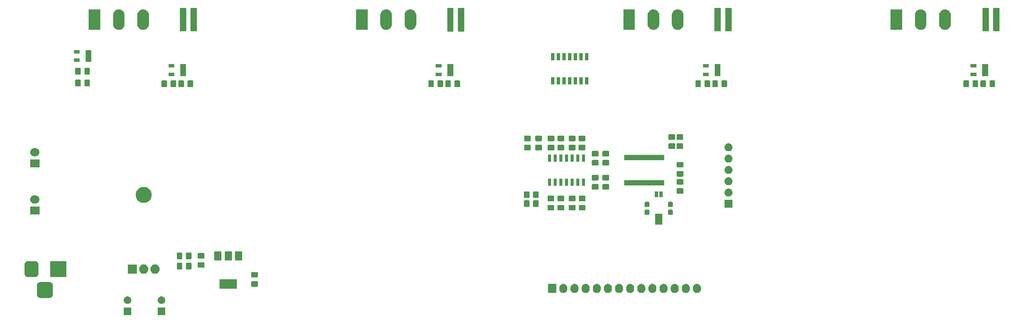
<source format=gts>
G04 #@! TF.GenerationSoftware,KiCad,Pcbnew,(5.0.0)*
G04 #@! TF.CreationDate,2019-07-01T15:33:15-03:00*
G04 #@! TF.ProjectId,dc_load,64635F6C6F61642E6B696361645F7063,rev?*
G04 #@! TF.SameCoordinates,Original*
G04 #@! TF.FileFunction,Soldermask,Top*
G04 #@! TF.FilePolarity,Negative*
%FSLAX46Y46*%
G04 Gerber Fmt 4.6, Leading zero omitted, Abs format (unit mm)*
G04 Created by KiCad (PCBNEW (5.0.0)) date 07/01/19 15:33:15*
%MOMM*%
%LPD*%
G01*
G04 APERTURE LIST*
%ADD10C,0.100000*%
G04 APERTURE END LIST*
D10*
G36*
X66313000Y-114015000D02*
X64611000Y-114015000D01*
X64611000Y-112313000D01*
X66313000Y-112313000D01*
X66313000Y-114015000D01*
X66313000Y-114015000D01*
G37*
G36*
X58693000Y-114015000D02*
X56991000Y-114015000D01*
X56991000Y-112313000D01*
X58693000Y-112313000D01*
X58693000Y-114015000D01*
X58693000Y-114015000D01*
G37*
G36*
X58090228Y-109845703D02*
X58245100Y-109909853D01*
X58384481Y-110002985D01*
X58503015Y-110121519D01*
X58596147Y-110260900D01*
X58660297Y-110415772D01*
X58693000Y-110580184D01*
X58693000Y-110747816D01*
X58660297Y-110912228D01*
X58596147Y-111067100D01*
X58503015Y-111206481D01*
X58384481Y-111325015D01*
X58245100Y-111418147D01*
X58090228Y-111482297D01*
X57925816Y-111515000D01*
X57758184Y-111515000D01*
X57593772Y-111482297D01*
X57438900Y-111418147D01*
X57299519Y-111325015D01*
X57180985Y-111206481D01*
X57087853Y-111067100D01*
X57023703Y-110912228D01*
X56991000Y-110747816D01*
X56991000Y-110580184D01*
X57023703Y-110415772D01*
X57087853Y-110260900D01*
X57180985Y-110121519D01*
X57299519Y-110002985D01*
X57438900Y-109909853D01*
X57593772Y-109845703D01*
X57758184Y-109813000D01*
X57925816Y-109813000D01*
X58090228Y-109845703D01*
X58090228Y-109845703D01*
G37*
G36*
X65710228Y-109845703D02*
X65865100Y-109909853D01*
X66004481Y-110002985D01*
X66123015Y-110121519D01*
X66216147Y-110260900D01*
X66280297Y-110415772D01*
X66313000Y-110580184D01*
X66313000Y-110747816D01*
X66280297Y-110912228D01*
X66216147Y-111067100D01*
X66123015Y-111206481D01*
X66004481Y-111325015D01*
X65865100Y-111418147D01*
X65710228Y-111482297D01*
X65545816Y-111515000D01*
X65378184Y-111515000D01*
X65213772Y-111482297D01*
X65058900Y-111418147D01*
X64919519Y-111325015D01*
X64800985Y-111206481D01*
X64707853Y-111067100D01*
X64643703Y-110912228D01*
X64611000Y-110747816D01*
X64611000Y-110580184D01*
X64643703Y-110415772D01*
X64707853Y-110260900D01*
X64800985Y-110121519D01*
X64919519Y-110002985D01*
X65058900Y-109909853D01*
X65213772Y-109845703D01*
X65378184Y-109813000D01*
X65545816Y-109813000D01*
X65710228Y-109845703D01*
X65710228Y-109845703D01*
G37*
G36*
X40416366Y-106585695D02*
X40573458Y-106633348D01*
X40718230Y-106710731D01*
X40845128Y-106814872D01*
X40949269Y-106941770D01*
X41026652Y-107086542D01*
X41074305Y-107243634D01*
X41091000Y-107413140D01*
X41091000Y-109326860D01*
X41074305Y-109496366D01*
X41026652Y-109653458D01*
X40949269Y-109798230D01*
X40845128Y-109925128D01*
X40718230Y-110029269D01*
X40573458Y-110106652D01*
X40416366Y-110154305D01*
X40246860Y-110171000D01*
X38333140Y-110171000D01*
X38163634Y-110154305D01*
X38006542Y-110106652D01*
X37861770Y-110029269D01*
X37734872Y-109925128D01*
X37630731Y-109798230D01*
X37553348Y-109653458D01*
X37505695Y-109496366D01*
X37489000Y-109326860D01*
X37489000Y-107413140D01*
X37505695Y-107243634D01*
X37553348Y-107086542D01*
X37630731Y-106941770D01*
X37734872Y-106814872D01*
X37861770Y-106710731D01*
X38006542Y-106633348D01*
X38163634Y-106585695D01*
X38333140Y-106569000D01*
X40246860Y-106569000D01*
X40416366Y-106585695D01*
X40416366Y-106585695D01*
G37*
G36*
X163346626Y-107007037D02*
X163459852Y-107041384D01*
X163516466Y-107058557D01*
X163672989Y-107142221D01*
X163810186Y-107254814D01*
X163893448Y-107356271D01*
X163922778Y-107392009D01*
X163922779Y-107392011D01*
X164006443Y-107548533D01*
X164007277Y-107551282D01*
X164057963Y-107718373D01*
X164071000Y-107850742D01*
X164071000Y-108189257D01*
X164057963Y-108321626D01*
X164006443Y-108491466D01*
X163922778Y-108647991D01*
X163922777Y-108647992D01*
X163810186Y-108785186D01*
X163715251Y-108863096D01*
X163672991Y-108897778D01*
X163672989Y-108897779D01*
X163516467Y-108981443D01*
X163475734Y-108993799D01*
X163346627Y-109032963D01*
X163170000Y-109050359D01*
X162993374Y-109032963D01*
X162864267Y-108993799D01*
X162823534Y-108981443D01*
X162667012Y-108897779D01*
X162667010Y-108897778D01*
X162529816Y-108785186D01*
X162529812Y-108785183D01*
X162417222Y-108647992D01*
X162333557Y-108491467D01*
X162316384Y-108434853D01*
X162282037Y-108321627D01*
X162269000Y-108189258D01*
X162269000Y-107850743D01*
X162282037Y-107718374D01*
X162326576Y-107571548D01*
X162333557Y-107548534D01*
X162417221Y-107392011D01*
X162529814Y-107254814D01*
X162631271Y-107171552D01*
X162667009Y-107142222D01*
X162699427Y-107124894D01*
X162823533Y-107058557D01*
X162880147Y-107041384D01*
X162993373Y-107007037D01*
X163170000Y-106989641D01*
X163346626Y-107007037D01*
X163346626Y-107007037D01*
G37*
G36*
X155846626Y-107007037D02*
X155959852Y-107041384D01*
X156016466Y-107058557D01*
X156172989Y-107142221D01*
X156310186Y-107254814D01*
X156393448Y-107356271D01*
X156422778Y-107392009D01*
X156422779Y-107392011D01*
X156506443Y-107548533D01*
X156507277Y-107551282D01*
X156557963Y-107718373D01*
X156571000Y-107850742D01*
X156571000Y-108189257D01*
X156557963Y-108321626D01*
X156506443Y-108491466D01*
X156422778Y-108647991D01*
X156422777Y-108647992D01*
X156310186Y-108785186D01*
X156215251Y-108863096D01*
X156172991Y-108897778D01*
X156172989Y-108897779D01*
X156016467Y-108981443D01*
X155975734Y-108993799D01*
X155846627Y-109032963D01*
X155670000Y-109050359D01*
X155493374Y-109032963D01*
X155364267Y-108993799D01*
X155323534Y-108981443D01*
X155167012Y-108897779D01*
X155167010Y-108897778D01*
X155029816Y-108785186D01*
X155029812Y-108785183D01*
X154917222Y-108647992D01*
X154833557Y-108491467D01*
X154816384Y-108434853D01*
X154782037Y-108321627D01*
X154769000Y-108189258D01*
X154769000Y-107850743D01*
X154782037Y-107718374D01*
X154826576Y-107571548D01*
X154833557Y-107548534D01*
X154917221Y-107392011D01*
X155029814Y-107254814D01*
X155131271Y-107171552D01*
X155167009Y-107142222D01*
X155199427Y-107124894D01*
X155323533Y-107058557D01*
X155380147Y-107041384D01*
X155493373Y-107007037D01*
X155670000Y-106989641D01*
X155846626Y-107007037D01*
X155846626Y-107007037D01*
G37*
G36*
X158346626Y-107007037D02*
X158459852Y-107041384D01*
X158516466Y-107058557D01*
X158672989Y-107142221D01*
X158810186Y-107254814D01*
X158893448Y-107356271D01*
X158922778Y-107392009D01*
X158922779Y-107392011D01*
X159006443Y-107548533D01*
X159007277Y-107551282D01*
X159057963Y-107718373D01*
X159071000Y-107850742D01*
X159071000Y-108189257D01*
X159057963Y-108321626D01*
X159006443Y-108491466D01*
X158922778Y-108647991D01*
X158922777Y-108647992D01*
X158810186Y-108785186D01*
X158715251Y-108863096D01*
X158672991Y-108897778D01*
X158672989Y-108897779D01*
X158516467Y-108981443D01*
X158475734Y-108993799D01*
X158346627Y-109032963D01*
X158170000Y-109050359D01*
X157993374Y-109032963D01*
X157864267Y-108993799D01*
X157823534Y-108981443D01*
X157667012Y-108897779D01*
X157667010Y-108897778D01*
X157529816Y-108785186D01*
X157529812Y-108785183D01*
X157417222Y-108647992D01*
X157333557Y-108491467D01*
X157316384Y-108434853D01*
X157282037Y-108321627D01*
X157269000Y-108189258D01*
X157269000Y-107850743D01*
X157282037Y-107718374D01*
X157326576Y-107571548D01*
X157333557Y-107548534D01*
X157417221Y-107392011D01*
X157529814Y-107254814D01*
X157631271Y-107171552D01*
X157667009Y-107142222D01*
X157699427Y-107124894D01*
X157823533Y-107058557D01*
X157880147Y-107041384D01*
X157993373Y-107007037D01*
X158170000Y-106989641D01*
X158346626Y-107007037D01*
X158346626Y-107007037D01*
G37*
G36*
X160846626Y-107007037D02*
X160959852Y-107041384D01*
X161016466Y-107058557D01*
X161172989Y-107142221D01*
X161310186Y-107254814D01*
X161393448Y-107356271D01*
X161422778Y-107392009D01*
X161422779Y-107392011D01*
X161506443Y-107548533D01*
X161507277Y-107551282D01*
X161557963Y-107718373D01*
X161571000Y-107850742D01*
X161571000Y-108189257D01*
X161557963Y-108321626D01*
X161506443Y-108491466D01*
X161422778Y-108647991D01*
X161422777Y-108647992D01*
X161310186Y-108785186D01*
X161215251Y-108863096D01*
X161172991Y-108897778D01*
X161172989Y-108897779D01*
X161016467Y-108981443D01*
X160975734Y-108993799D01*
X160846627Y-109032963D01*
X160670000Y-109050359D01*
X160493374Y-109032963D01*
X160364267Y-108993799D01*
X160323534Y-108981443D01*
X160167012Y-108897779D01*
X160167010Y-108897778D01*
X160029816Y-108785186D01*
X160029812Y-108785183D01*
X159917222Y-108647992D01*
X159833557Y-108491467D01*
X159816384Y-108434853D01*
X159782037Y-108321627D01*
X159769000Y-108189258D01*
X159769000Y-107850743D01*
X159782037Y-107718374D01*
X159826576Y-107571548D01*
X159833557Y-107548534D01*
X159917221Y-107392011D01*
X160029814Y-107254814D01*
X160131271Y-107171552D01*
X160167009Y-107142222D01*
X160199427Y-107124894D01*
X160323533Y-107058557D01*
X160380147Y-107041384D01*
X160493373Y-107007037D01*
X160670000Y-106989641D01*
X160846626Y-107007037D01*
X160846626Y-107007037D01*
G37*
G36*
X165846626Y-107007037D02*
X165959852Y-107041384D01*
X166016466Y-107058557D01*
X166172989Y-107142221D01*
X166310186Y-107254814D01*
X166393448Y-107356271D01*
X166422778Y-107392009D01*
X166422779Y-107392011D01*
X166506443Y-107548533D01*
X166507277Y-107551282D01*
X166557963Y-107718373D01*
X166571000Y-107850742D01*
X166571000Y-108189257D01*
X166557963Y-108321626D01*
X166506443Y-108491466D01*
X166422778Y-108647991D01*
X166422777Y-108647992D01*
X166310186Y-108785186D01*
X166215251Y-108863096D01*
X166172991Y-108897778D01*
X166172989Y-108897779D01*
X166016467Y-108981443D01*
X165975734Y-108993799D01*
X165846627Y-109032963D01*
X165670000Y-109050359D01*
X165493374Y-109032963D01*
X165364267Y-108993799D01*
X165323534Y-108981443D01*
X165167012Y-108897779D01*
X165167010Y-108897778D01*
X165029816Y-108785186D01*
X165029812Y-108785183D01*
X164917222Y-108647992D01*
X164833557Y-108491467D01*
X164816384Y-108434853D01*
X164782037Y-108321627D01*
X164769000Y-108189258D01*
X164769000Y-107850743D01*
X164782037Y-107718374D01*
X164826576Y-107571548D01*
X164833557Y-107548534D01*
X164917221Y-107392011D01*
X165029814Y-107254814D01*
X165131271Y-107171552D01*
X165167009Y-107142222D01*
X165199427Y-107124894D01*
X165323533Y-107058557D01*
X165380147Y-107041384D01*
X165493373Y-107007037D01*
X165670000Y-106989641D01*
X165846626Y-107007037D01*
X165846626Y-107007037D01*
G37*
G36*
X170846626Y-107007037D02*
X170959852Y-107041384D01*
X171016466Y-107058557D01*
X171172989Y-107142221D01*
X171310186Y-107254814D01*
X171393448Y-107356271D01*
X171422778Y-107392009D01*
X171422779Y-107392011D01*
X171506443Y-107548533D01*
X171507277Y-107551282D01*
X171557963Y-107718373D01*
X171571000Y-107850742D01*
X171571000Y-108189257D01*
X171557963Y-108321626D01*
X171506443Y-108491466D01*
X171422778Y-108647991D01*
X171422777Y-108647992D01*
X171310186Y-108785186D01*
X171215251Y-108863096D01*
X171172991Y-108897778D01*
X171172989Y-108897779D01*
X171016467Y-108981443D01*
X170975734Y-108993799D01*
X170846627Y-109032963D01*
X170670000Y-109050359D01*
X170493374Y-109032963D01*
X170364267Y-108993799D01*
X170323534Y-108981443D01*
X170167012Y-108897779D01*
X170167010Y-108897778D01*
X170029816Y-108785186D01*
X170029812Y-108785183D01*
X169917222Y-108647992D01*
X169833557Y-108491467D01*
X169816384Y-108434853D01*
X169782037Y-108321627D01*
X169769000Y-108189258D01*
X169769000Y-107850743D01*
X169782037Y-107718374D01*
X169826576Y-107571548D01*
X169833557Y-107548534D01*
X169917221Y-107392011D01*
X170029814Y-107254814D01*
X170131271Y-107171552D01*
X170167009Y-107142222D01*
X170199427Y-107124894D01*
X170323533Y-107058557D01*
X170380147Y-107041384D01*
X170493373Y-107007037D01*
X170670000Y-106989641D01*
X170846626Y-107007037D01*
X170846626Y-107007037D01*
G37*
G36*
X173346626Y-107007037D02*
X173459852Y-107041384D01*
X173516466Y-107058557D01*
X173672989Y-107142221D01*
X173810186Y-107254814D01*
X173893448Y-107356271D01*
X173922778Y-107392009D01*
X173922779Y-107392011D01*
X174006443Y-107548533D01*
X174007277Y-107551282D01*
X174057963Y-107718373D01*
X174071000Y-107850742D01*
X174071000Y-108189257D01*
X174057963Y-108321626D01*
X174006443Y-108491466D01*
X173922778Y-108647991D01*
X173922777Y-108647992D01*
X173810186Y-108785186D01*
X173715251Y-108863096D01*
X173672991Y-108897778D01*
X173672989Y-108897779D01*
X173516467Y-108981443D01*
X173475734Y-108993799D01*
X173346627Y-109032963D01*
X173170000Y-109050359D01*
X172993374Y-109032963D01*
X172864267Y-108993799D01*
X172823534Y-108981443D01*
X172667012Y-108897779D01*
X172667010Y-108897778D01*
X172529816Y-108785186D01*
X172529812Y-108785183D01*
X172417222Y-108647992D01*
X172333557Y-108491467D01*
X172316384Y-108434853D01*
X172282037Y-108321627D01*
X172269000Y-108189258D01*
X172269000Y-107850743D01*
X172282037Y-107718374D01*
X172326576Y-107571548D01*
X172333557Y-107548534D01*
X172417221Y-107392011D01*
X172529814Y-107254814D01*
X172631271Y-107171552D01*
X172667009Y-107142222D01*
X172699427Y-107124894D01*
X172823533Y-107058557D01*
X172880147Y-107041384D01*
X172993373Y-107007037D01*
X173170000Y-106989641D01*
X173346626Y-107007037D01*
X173346626Y-107007037D01*
G37*
G36*
X175846626Y-107007037D02*
X175959852Y-107041384D01*
X176016466Y-107058557D01*
X176172989Y-107142221D01*
X176310186Y-107254814D01*
X176393448Y-107356271D01*
X176422778Y-107392009D01*
X176422779Y-107392011D01*
X176506443Y-107548533D01*
X176507277Y-107551282D01*
X176557963Y-107718373D01*
X176571000Y-107850742D01*
X176571000Y-108189257D01*
X176557963Y-108321626D01*
X176506443Y-108491466D01*
X176422778Y-108647991D01*
X176422777Y-108647992D01*
X176310186Y-108785186D01*
X176215251Y-108863096D01*
X176172991Y-108897778D01*
X176172989Y-108897779D01*
X176016467Y-108981443D01*
X175975734Y-108993799D01*
X175846627Y-109032963D01*
X175670000Y-109050359D01*
X175493374Y-109032963D01*
X175364267Y-108993799D01*
X175323534Y-108981443D01*
X175167012Y-108897779D01*
X175167010Y-108897778D01*
X175029816Y-108785186D01*
X175029812Y-108785183D01*
X174917222Y-108647992D01*
X174833557Y-108491467D01*
X174816384Y-108434853D01*
X174782037Y-108321627D01*
X174769000Y-108189258D01*
X174769000Y-107850743D01*
X174782037Y-107718374D01*
X174826576Y-107571548D01*
X174833557Y-107548534D01*
X174917221Y-107392011D01*
X175029814Y-107254814D01*
X175131271Y-107171552D01*
X175167009Y-107142222D01*
X175199427Y-107124894D01*
X175323533Y-107058557D01*
X175380147Y-107041384D01*
X175493373Y-107007037D01*
X175670000Y-106989641D01*
X175846626Y-107007037D01*
X175846626Y-107007037D01*
G37*
G36*
X178346626Y-107007037D02*
X178459852Y-107041384D01*
X178516466Y-107058557D01*
X178672989Y-107142221D01*
X178810186Y-107254814D01*
X178893448Y-107356271D01*
X178922778Y-107392009D01*
X178922779Y-107392011D01*
X179006443Y-107548533D01*
X179007277Y-107551282D01*
X179057963Y-107718373D01*
X179071000Y-107850742D01*
X179071000Y-108189257D01*
X179057963Y-108321626D01*
X179006443Y-108491466D01*
X178922778Y-108647991D01*
X178922777Y-108647992D01*
X178810186Y-108785186D01*
X178715251Y-108863096D01*
X178672991Y-108897778D01*
X178672989Y-108897779D01*
X178516467Y-108981443D01*
X178475734Y-108993799D01*
X178346627Y-109032963D01*
X178170000Y-109050359D01*
X177993374Y-109032963D01*
X177864267Y-108993799D01*
X177823534Y-108981443D01*
X177667012Y-108897779D01*
X177667010Y-108897778D01*
X177529816Y-108785186D01*
X177529812Y-108785183D01*
X177417222Y-108647992D01*
X177333557Y-108491467D01*
X177316384Y-108434853D01*
X177282037Y-108321627D01*
X177269000Y-108189258D01*
X177269000Y-107850743D01*
X177282037Y-107718374D01*
X177326576Y-107571548D01*
X177333557Y-107548534D01*
X177417221Y-107392011D01*
X177529814Y-107254814D01*
X177631271Y-107171552D01*
X177667009Y-107142222D01*
X177699427Y-107124894D01*
X177823533Y-107058557D01*
X177880147Y-107041384D01*
X177993373Y-107007037D01*
X178170000Y-106989641D01*
X178346626Y-107007037D01*
X178346626Y-107007037D01*
G37*
G36*
X180846626Y-107007037D02*
X180959852Y-107041384D01*
X181016466Y-107058557D01*
X181172989Y-107142221D01*
X181310186Y-107254814D01*
X181393448Y-107356271D01*
X181422778Y-107392009D01*
X181422779Y-107392011D01*
X181506443Y-107548533D01*
X181507277Y-107551282D01*
X181557963Y-107718373D01*
X181571000Y-107850742D01*
X181571000Y-108189257D01*
X181557963Y-108321626D01*
X181506443Y-108491466D01*
X181422778Y-108647991D01*
X181422777Y-108647992D01*
X181310186Y-108785186D01*
X181215251Y-108863096D01*
X181172991Y-108897778D01*
X181172989Y-108897779D01*
X181016467Y-108981443D01*
X180975734Y-108993799D01*
X180846627Y-109032963D01*
X180670000Y-109050359D01*
X180493374Y-109032963D01*
X180364267Y-108993799D01*
X180323534Y-108981443D01*
X180167012Y-108897779D01*
X180167010Y-108897778D01*
X180029816Y-108785186D01*
X180029812Y-108785183D01*
X179917222Y-108647992D01*
X179833557Y-108491467D01*
X179816384Y-108434853D01*
X179782037Y-108321627D01*
X179769000Y-108189258D01*
X179769000Y-107850743D01*
X179782037Y-107718374D01*
X179826576Y-107571548D01*
X179833557Y-107548534D01*
X179917221Y-107392011D01*
X180029814Y-107254814D01*
X180131271Y-107171552D01*
X180167009Y-107142222D01*
X180199427Y-107124894D01*
X180323533Y-107058557D01*
X180380147Y-107041384D01*
X180493373Y-107007037D01*
X180670000Y-106989641D01*
X180846626Y-107007037D01*
X180846626Y-107007037D01*
G37*
G36*
X183346626Y-107007037D02*
X183459852Y-107041384D01*
X183516466Y-107058557D01*
X183672989Y-107142221D01*
X183810186Y-107254814D01*
X183893448Y-107356271D01*
X183922778Y-107392009D01*
X183922779Y-107392011D01*
X184006443Y-107548533D01*
X184007277Y-107551282D01*
X184057963Y-107718373D01*
X184071000Y-107850742D01*
X184071000Y-108189257D01*
X184057963Y-108321626D01*
X184006443Y-108491466D01*
X183922778Y-108647991D01*
X183922777Y-108647992D01*
X183810186Y-108785186D01*
X183715251Y-108863096D01*
X183672991Y-108897778D01*
X183672989Y-108897779D01*
X183516467Y-108981443D01*
X183475734Y-108993799D01*
X183346627Y-109032963D01*
X183170000Y-109050359D01*
X182993374Y-109032963D01*
X182864267Y-108993799D01*
X182823534Y-108981443D01*
X182667012Y-108897779D01*
X182667010Y-108897778D01*
X182529816Y-108785186D01*
X182529812Y-108785183D01*
X182417222Y-108647992D01*
X182333557Y-108491467D01*
X182316384Y-108434853D01*
X182282037Y-108321627D01*
X182269000Y-108189258D01*
X182269000Y-107850743D01*
X182282037Y-107718374D01*
X182326576Y-107571548D01*
X182333557Y-107548534D01*
X182417221Y-107392011D01*
X182529814Y-107254814D01*
X182631271Y-107171552D01*
X182667009Y-107142222D01*
X182699427Y-107124894D01*
X182823533Y-107058557D01*
X182880147Y-107041384D01*
X182993373Y-107007037D01*
X183170000Y-106989641D01*
X183346626Y-107007037D01*
X183346626Y-107007037D01*
G37*
G36*
X168346626Y-107007037D02*
X168459852Y-107041384D01*
X168516466Y-107058557D01*
X168672989Y-107142221D01*
X168810186Y-107254814D01*
X168893448Y-107356271D01*
X168922778Y-107392009D01*
X168922779Y-107392011D01*
X169006443Y-107548533D01*
X169007277Y-107551282D01*
X169057963Y-107718373D01*
X169071000Y-107850742D01*
X169071000Y-108189257D01*
X169057963Y-108321626D01*
X169006443Y-108491466D01*
X168922778Y-108647991D01*
X168922777Y-108647992D01*
X168810186Y-108785186D01*
X168715251Y-108863096D01*
X168672991Y-108897778D01*
X168672989Y-108897779D01*
X168516467Y-108981443D01*
X168475734Y-108993799D01*
X168346627Y-109032963D01*
X168170000Y-109050359D01*
X167993374Y-109032963D01*
X167864267Y-108993799D01*
X167823534Y-108981443D01*
X167667012Y-108897779D01*
X167667010Y-108897778D01*
X167529816Y-108785186D01*
X167529812Y-108785183D01*
X167417222Y-108647992D01*
X167333557Y-108491467D01*
X167316384Y-108434853D01*
X167282037Y-108321627D01*
X167269000Y-108189258D01*
X167269000Y-107850743D01*
X167282037Y-107718374D01*
X167326576Y-107571548D01*
X167333557Y-107548534D01*
X167417221Y-107392011D01*
X167529814Y-107254814D01*
X167631271Y-107171552D01*
X167667009Y-107142222D01*
X167699427Y-107124894D01*
X167823533Y-107058557D01*
X167880147Y-107041384D01*
X167993373Y-107007037D01*
X168170000Y-106989641D01*
X168346626Y-107007037D01*
X168346626Y-107007037D01*
G37*
G36*
X185846626Y-107007037D02*
X185959852Y-107041384D01*
X186016466Y-107058557D01*
X186172989Y-107142221D01*
X186310186Y-107254814D01*
X186393448Y-107356271D01*
X186422778Y-107392009D01*
X186422779Y-107392011D01*
X186506443Y-107548533D01*
X186507277Y-107551282D01*
X186557963Y-107718373D01*
X186571000Y-107850742D01*
X186571000Y-108189257D01*
X186557963Y-108321626D01*
X186506443Y-108491466D01*
X186422778Y-108647991D01*
X186422777Y-108647992D01*
X186310186Y-108785186D01*
X186215251Y-108863096D01*
X186172991Y-108897778D01*
X186172989Y-108897779D01*
X186016467Y-108981443D01*
X185975734Y-108993799D01*
X185846627Y-109032963D01*
X185670000Y-109050359D01*
X185493374Y-109032963D01*
X185364267Y-108993799D01*
X185323534Y-108981443D01*
X185167012Y-108897779D01*
X185167010Y-108897778D01*
X185029816Y-108785186D01*
X185029812Y-108785183D01*
X184917222Y-108647992D01*
X184833557Y-108491467D01*
X184816384Y-108434853D01*
X184782037Y-108321627D01*
X184769000Y-108189258D01*
X184769000Y-107850743D01*
X184782037Y-107718374D01*
X184826576Y-107571548D01*
X184833557Y-107548534D01*
X184917221Y-107392011D01*
X185029814Y-107254814D01*
X185131271Y-107171552D01*
X185167009Y-107142222D01*
X185199427Y-107124894D01*
X185323533Y-107058557D01*
X185380147Y-107041384D01*
X185493373Y-107007037D01*
X185670000Y-106989641D01*
X185846626Y-107007037D01*
X185846626Y-107007037D01*
G37*
G36*
X153928600Y-106997989D02*
X153961649Y-107008014D01*
X153992106Y-107024294D01*
X154018799Y-107046201D01*
X154040706Y-107072894D01*
X154056986Y-107103351D01*
X154067011Y-107136400D01*
X154071000Y-107176904D01*
X154071000Y-108863096D01*
X154067011Y-108903600D01*
X154056986Y-108936649D01*
X154040706Y-108967106D01*
X154018799Y-108993799D01*
X153992106Y-109015706D01*
X153961649Y-109031986D01*
X153928600Y-109042011D01*
X153888096Y-109046000D01*
X152451904Y-109046000D01*
X152411400Y-109042011D01*
X152378351Y-109031986D01*
X152347894Y-109015706D01*
X152321201Y-108993799D01*
X152299294Y-108967106D01*
X152283014Y-108936649D01*
X152272989Y-108903600D01*
X152269000Y-108863096D01*
X152269000Y-107176904D01*
X152272989Y-107136400D01*
X152283014Y-107103351D01*
X152299294Y-107072894D01*
X152321201Y-107046201D01*
X152347894Y-107024294D01*
X152378351Y-107008014D01*
X152411400Y-106997989D01*
X152451904Y-106994000D01*
X153888096Y-106994000D01*
X153928600Y-106997989D01*
X153928600Y-106997989D01*
G37*
G36*
X82399000Y-108069000D02*
X78497000Y-108069000D01*
X78497000Y-105967000D01*
X82399000Y-105967000D01*
X82399000Y-108069000D01*
X82399000Y-108069000D01*
G37*
G36*
X86938677Y-106383465D02*
X86976364Y-106394898D01*
X87011103Y-106413466D01*
X87041548Y-106438452D01*
X87066534Y-106468897D01*
X87085102Y-106503636D01*
X87096535Y-106541323D01*
X87101000Y-106586661D01*
X87101000Y-107423339D01*
X87096535Y-107468677D01*
X87085102Y-107506364D01*
X87066534Y-107541103D01*
X87041548Y-107571548D01*
X87011103Y-107596534D01*
X86976364Y-107615102D01*
X86938677Y-107626535D01*
X86893339Y-107631000D01*
X85806661Y-107631000D01*
X85761323Y-107626535D01*
X85723636Y-107615102D01*
X85688897Y-107596534D01*
X85658452Y-107571548D01*
X85633466Y-107541103D01*
X85614898Y-107506364D01*
X85603465Y-107468677D01*
X85599000Y-107423339D01*
X85599000Y-106586661D01*
X85603465Y-106541323D01*
X85614898Y-106503636D01*
X85633466Y-106468897D01*
X85658452Y-106438452D01*
X85688897Y-106413466D01*
X85723636Y-106394898D01*
X85761323Y-106383465D01*
X85806661Y-106379000D01*
X86893339Y-106379000D01*
X86938677Y-106383465D01*
X86938677Y-106383465D01*
G37*
G36*
X86938677Y-104333465D02*
X86976364Y-104344898D01*
X87011103Y-104363466D01*
X87041548Y-104388452D01*
X87066534Y-104418897D01*
X87085102Y-104453636D01*
X87096535Y-104491323D01*
X87101000Y-104536661D01*
X87101000Y-105373339D01*
X87096535Y-105418677D01*
X87085102Y-105456364D01*
X87066534Y-105491103D01*
X87041548Y-105521548D01*
X87011103Y-105546534D01*
X86976364Y-105565102D01*
X86938677Y-105576535D01*
X86893339Y-105581000D01*
X85806661Y-105581000D01*
X85761323Y-105576535D01*
X85723636Y-105565102D01*
X85688897Y-105546534D01*
X85658452Y-105521548D01*
X85633466Y-105491103D01*
X85614898Y-105456364D01*
X85603465Y-105418677D01*
X85599000Y-105373339D01*
X85599000Y-104536661D01*
X85603465Y-104491323D01*
X85614898Y-104453636D01*
X85633466Y-104418897D01*
X85658452Y-104388452D01*
X85688897Y-104363466D01*
X85723636Y-104344898D01*
X85761323Y-104333465D01*
X85806661Y-104329000D01*
X86893339Y-104329000D01*
X86938677Y-104333465D01*
X86938677Y-104333465D01*
G37*
G36*
X44091000Y-105471000D02*
X40489000Y-105471000D01*
X40489000Y-101869000D01*
X44091000Y-101869000D01*
X44091000Y-105471000D01*
X44091000Y-105471000D01*
G37*
G36*
X37266978Y-101883293D02*
X37400627Y-101923835D01*
X37523782Y-101989662D01*
X37631739Y-102078261D01*
X37720338Y-102186218D01*
X37786165Y-102309373D01*
X37826707Y-102443022D01*
X37841000Y-102588140D01*
X37841000Y-104751860D01*
X37826707Y-104896978D01*
X37786165Y-105030627D01*
X37720338Y-105153782D01*
X37631739Y-105261739D01*
X37523782Y-105350338D01*
X37400627Y-105416165D01*
X37266978Y-105456707D01*
X37121860Y-105471000D01*
X35458140Y-105471000D01*
X35313022Y-105456707D01*
X35179373Y-105416165D01*
X35056218Y-105350338D01*
X34948261Y-105261739D01*
X34859662Y-105153782D01*
X34793835Y-105030627D01*
X34753293Y-104896978D01*
X34739000Y-104751860D01*
X34739000Y-102588140D01*
X34753293Y-102443022D01*
X34793835Y-102309373D01*
X34859662Y-102186218D01*
X34948261Y-102078261D01*
X35056218Y-101989662D01*
X35179373Y-101923835D01*
X35313022Y-101883293D01*
X35458140Y-101869000D01*
X37121860Y-101869000D01*
X37266978Y-101883293D01*
X37266978Y-101883293D01*
G37*
G36*
X61664719Y-102646520D02*
X61853880Y-102703901D01*
X62028212Y-102797083D01*
X62181015Y-102922485D01*
X62306417Y-103075288D01*
X62399599Y-103249619D01*
X62456980Y-103438780D01*
X62471500Y-103586206D01*
X62471500Y-103779793D01*
X62456980Y-103927219D01*
X62399599Y-104116380D01*
X62306417Y-104290712D01*
X62181015Y-104443515D01*
X62028212Y-104568917D01*
X61853881Y-104662099D01*
X61664720Y-104719480D01*
X61468000Y-104738855D01*
X61271281Y-104719480D01*
X61082120Y-104662099D01*
X60907788Y-104568917D01*
X60754985Y-104443515D01*
X60629583Y-104290712D01*
X60536401Y-104116381D01*
X60479020Y-103927220D01*
X60464500Y-103779794D01*
X60464500Y-103586207D01*
X60479020Y-103438781D01*
X60536401Y-103249620D01*
X60629583Y-103075288D01*
X60754985Y-102922485D01*
X60907788Y-102797083D01*
X61082119Y-102703901D01*
X61271280Y-102646520D01*
X61468000Y-102627145D01*
X61664719Y-102646520D01*
X61664719Y-102646520D01*
G37*
G36*
X64204719Y-102646520D02*
X64393880Y-102703901D01*
X64568212Y-102797083D01*
X64721015Y-102922485D01*
X64846417Y-103075288D01*
X64939599Y-103249619D01*
X64996980Y-103438780D01*
X65011500Y-103586206D01*
X65011500Y-103779793D01*
X64996980Y-103927219D01*
X64939599Y-104116380D01*
X64846417Y-104290712D01*
X64721015Y-104443515D01*
X64568212Y-104568917D01*
X64393881Y-104662099D01*
X64204720Y-104719480D01*
X64008000Y-104738855D01*
X63811281Y-104719480D01*
X63622120Y-104662099D01*
X63447788Y-104568917D01*
X63294985Y-104443515D01*
X63169583Y-104290712D01*
X63076401Y-104116381D01*
X63019020Y-103927220D01*
X63004500Y-103779794D01*
X63004500Y-103586207D01*
X63019020Y-103438781D01*
X63076401Y-103249620D01*
X63169583Y-103075288D01*
X63294985Y-102922485D01*
X63447788Y-102797083D01*
X63622119Y-102703901D01*
X63811280Y-102646520D01*
X64008000Y-102627145D01*
X64204719Y-102646520D01*
X64204719Y-102646520D01*
G37*
G36*
X59931500Y-104734000D02*
X57924500Y-104734000D01*
X57924500Y-102632000D01*
X59931500Y-102632000D01*
X59931500Y-104734000D01*
X59931500Y-104734000D01*
G37*
G36*
X72030677Y-102257465D02*
X72068364Y-102268898D01*
X72103103Y-102287466D01*
X72133548Y-102312452D01*
X72158534Y-102342897D01*
X72177102Y-102377636D01*
X72188535Y-102415323D01*
X72193000Y-102460661D01*
X72193000Y-103547339D01*
X72188535Y-103592677D01*
X72177102Y-103630364D01*
X72158534Y-103665103D01*
X72133548Y-103695548D01*
X72103103Y-103720534D01*
X72068364Y-103739102D01*
X72030677Y-103750535D01*
X71985339Y-103755000D01*
X71148661Y-103755000D01*
X71103323Y-103750535D01*
X71065636Y-103739102D01*
X71030897Y-103720534D01*
X71000452Y-103695548D01*
X70975466Y-103665103D01*
X70956898Y-103630364D01*
X70945465Y-103592677D01*
X70941000Y-103547339D01*
X70941000Y-102460661D01*
X70945465Y-102415323D01*
X70956898Y-102377636D01*
X70975466Y-102342897D01*
X71000452Y-102312452D01*
X71030897Y-102287466D01*
X71065636Y-102268898D01*
X71103323Y-102257465D01*
X71148661Y-102253000D01*
X71985339Y-102253000D01*
X72030677Y-102257465D01*
X72030677Y-102257465D01*
G37*
G36*
X69980677Y-102257465D02*
X70018364Y-102268898D01*
X70053103Y-102287466D01*
X70083548Y-102312452D01*
X70108534Y-102342897D01*
X70127102Y-102377636D01*
X70138535Y-102415323D01*
X70143000Y-102460661D01*
X70143000Y-103547339D01*
X70138535Y-103592677D01*
X70127102Y-103630364D01*
X70108534Y-103665103D01*
X70083548Y-103695548D01*
X70053103Y-103720534D01*
X70018364Y-103739102D01*
X69980677Y-103750535D01*
X69935339Y-103755000D01*
X69098661Y-103755000D01*
X69053323Y-103750535D01*
X69015636Y-103739102D01*
X68980897Y-103720534D01*
X68950452Y-103695548D01*
X68925466Y-103665103D01*
X68906898Y-103630364D01*
X68895465Y-103592677D01*
X68891000Y-103547339D01*
X68891000Y-102460661D01*
X68895465Y-102415323D01*
X68906898Y-102377636D01*
X68925466Y-102342897D01*
X68950452Y-102312452D01*
X68980897Y-102287466D01*
X69015636Y-102268898D01*
X69053323Y-102257465D01*
X69098661Y-102253000D01*
X69935339Y-102253000D01*
X69980677Y-102257465D01*
X69980677Y-102257465D01*
G37*
G36*
X74940677Y-102137465D02*
X74978364Y-102148898D01*
X75013103Y-102167466D01*
X75043548Y-102192452D01*
X75068534Y-102222897D01*
X75087102Y-102257636D01*
X75098535Y-102295323D01*
X75103000Y-102340661D01*
X75103000Y-103177339D01*
X75098535Y-103222677D01*
X75087102Y-103260364D01*
X75068534Y-103295103D01*
X75043548Y-103325548D01*
X75013103Y-103350534D01*
X74978364Y-103369102D01*
X74940677Y-103380535D01*
X74895339Y-103385000D01*
X73808661Y-103385000D01*
X73763323Y-103380535D01*
X73725636Y-103369102D01*
X73690897Y-103350534D01*
X73660452Y-103325548D01*
X73635466Y-103295103D01*
X73616898Y-103260364D01*
X73605465Y-103222677D01*
X73601000Y-103177339D01*
X73601000Y-102340661D01*
X73605465Y-102295323D01*
X73616898Y-102257636D01*
X73635466Y-102222897D01*
X73660452Y-102192452D01*
X73690897Y-102167466D01*
X73725636Y-102148898D01*
X73763323Y-102137465D01*
X73808661Y-102133000D01*
X74895339Y-102133000D01*
X74940677Y-102137465D01*
X74940677Y-102137465D01*
G37*
G36*
X83549000Y-101769000D02*
X81947000Y-101769000D01*
X81947000Y-99667000D01*
X83549000Y-99667000D01*
X83549000Y-101769000D01*
X83549000Y-101769000D01*
G37*
G36*
X81249000Y-101769000D02*
X79647000Y-101769000D01*
X79647000Y-99667000D01*
X81249000Y-99667000D01*
X81249000Y-101769000D01*
X81249000Y-101769000D01*
G37*
G36*
X78949000Y-101769000D02*
X77347000Y-101769000D01*
X77347000Y-99667000D01*
X78949000Y-99667000D01*
X78949000Y-101769000D01*
X78949000Y-101769000D01*
G37*
G36*
X72030677Y-99971465D02*
X72068364Y-99982898D01*
X72103103Y-100001466D01*
X72133548Y-100026452D01*
X72158534Y-100056897D01*
X72177102Y-100091636D01*
X72188535Y-100129323D01*
X72193000Y-100174661D01*
X72193000Y-101261339D01*
X72188535Y-101306677D01*
X72177102Y-101344364D01*
X72158534Y-101379103D01*
X72133548Y-101409548D01*
X72103103Y-101434534D01*
X72068364Y-101453102D01*
X72030677Y-101464535D01*
X71985339Y-101469000D01*
X71148661Y-101469000D01*
X71103323Y-101464535D01*
X71065636Y-101453102D01*
X71030897Y-101434534D01*
X71000452Y-101409548D01*
X70975466Y-101379103D01*
X70956898Y-101344364D01*
X70945465Y-101306677D01*
X70941000Y-101261339D01*
X70941000Y-100174661D01*
X70945465Y-100129323D01*
X70956898Y-100091636D01*
X70975466Y-100056897D01*
X71000452Y-100026452D01*
X71030897Y-100001466D01*
X71065636Y-99982898D01*
X71103323Y-99971465D01*
X71148661Y-99967000D01*
X71985339Y-99967000D01*
X72030677Y-99971465D01*
X72030677Y-99971465D01*
G37*
G36*
X69980677Y-99971465D02*
X70018364Y-99982898D01*
X70053103Y-100001466D01*
X70083548Y-100026452D01*
X70108534Y-100056897D01*
X70127102Y-100091636D01*
X70138535Y-100129323D01*
X70143000Y-100174661D01*
X70143000Y-101261339D01*
X70138535Y-101306677D01*
X70127102Y-101344364D01*
X70108534Y-101379103D01*
X70083548Y-101409548D01*
X70053103Y-101434534D01*
X70018364Y-101453102D01*
X69980677Y-101464535D01*
X69935339Y-101469000D01*
X69098661Y-101469000D01*
X69053323Y-101464535D01*
X69015636Y-101453102D01*
X68980897Y-101434534D01*
X68950452Y-101409548D01*
X68925466Y-101379103D01*
X68906898Y-101344364D01*
X68895465Y-101306677D01*
X68891000Y-101261339D01*
X68891000Y-100174661D01*
X68895465Y-100129323D01*
X68906898Y-100091636D01*
X68925466Y-100056897D01*
X68950452Y-100026452D01*
X68980897Y-100001466D01*
X69015636Y-99982898D01*
X69053323Y-99971465D01*
X69098661Y-99967000D01*
X69935339Y-99967000D01*
X69980677Y-99971465D01*
X69980677Y-99971465D01*
G37*
G36*
X74940677Y-100087465D02*
X74978364Y-100098898D01*
X75013103Y-100117466D01*
X75043548Y-100142452D01*
X75068534Y-100172897D01*
X75087102Y-100207636D01*
X75098535Y-100245323D01*
X75103000Y-100290661D01*
X75103000Y-101127339D01*
X75098535Y-101172677D01*
X75087102Y-101210364D01*
X75068534Y-101245103D01*
X75043548Y-101275548D01*
X75013103Y-101300534D01*
X74978364Y-101319102D01*
X74940677Y-101330535D01*
X74895339Y-101335000D01*
X73808661Y-101335000D01*
X73763323Y-101330535D01*
X73725636Y-101319102D01*
X73690897Y-101300534D01*
X73660452Y-101275548D01*
X73635466Y-101245103D01*
X73616898Y-101210364D01*
X73605465Y-101172677D01*
X73601000Y-101127339D01*
X73601000Y-100290661D01*
X73605465Y-100245323D01*
X73616898Y-100207636D01*
X73635466Y-100172897D01*
X73660452Y-100142452D01*
X73690897Y-100117466D01*
X73725636Y-100098898D01*
X73763323Y-100087465D01*
X73808661Y-100083000D01*
X74895339Y-100083000D01*
X74940677Y-100087465D01*
X74940677Y-100087465D01*
G37*
G36*
X177887000Y-93728000D02*
X176285000Y-93728000D01*
X176285000Y-91226000D01*
X177887000Y-91226000D01*
X177887000Y-93728000D01*
X177887000Y-93728000D01*
G37*
G36*
X174820499Y-90325445D02*
X174857993Y-90336819D01*
X174892557Y-90355294D01*
X174922847Y-90380153D01*
X174947706Y-90410443D01*
X174966181Y-90445007D01*
X174977555Y-90482501D01*
X174982000Y-90527638D01*
X174982000Y-91266362D01*
X174977555Y-91311499D01*
X174966181Y-91348993D01*
X174947706Y-91383557D01*
X174922847Y-91413847D01*
X174892557Y-91438706D01*
X174857993Y-91457181D01*
X174820499Y-91468555D01*
X174775362Y-91473000D01*
X174136638Y-91473000D01*
X174091501Y-91468555D01*
X174054007Y-91457181D01*
X174019443Y-91438706D01*
X173989153Y-91413847D01*
X173964294Y-91383557D01*
X173945819Y-91348993D01*
X173934445Y-91311499D01*
X173930000Y-91266362D01*
X173930000Y-90527638D01*
X173934445Y-90482501D01*
X173945819Y-90445007D01*
X173964294Y-90410443D01*
X173989153Y-90380153D01*
X174019443Y-90355294D01*
X174054007Y-90336819D01*
X174091501Y-90325445D01*
X174136638Y-90321000D01*
X174775362Y-90321000D01*
X174820499Y-90325445D01*
X174820499Y-90325445D01*
G37*
G36*
X180080499Y-90325445D02*
X180117993Y-90336819D01*
X180152557Y-90355294D01*
X180182847Y-90380153D01*
X180207706Y-90410443D01*
X180226181Y-90445007D01*
X180237555Y-90482501D01*
X180242000Y-90527638D01*
X180242000Y-91266362D01*
X180237555Y-91311499D01*
X180226181Y-91348993D01*
X180207706Y-91383557D01*
X180182847Y-91413847D01*
X180152557Y-91438706D01*
X180117993Y-91457181D01*
X180080499Y-91468555D01*
X180035362Y-91473000D01*
X179396638Y-91473000D01*
X179351501Y-91468555D01*
X179314007Y-91457181D01*
X179279443Y-91438706D01*
X179249153Y-91413847D01*
X179224294Y-91383557D01*
X179205819Y-91348993D01*
X179194445Y-91311499D01*
X179190000Y-91266362D01*
X179190000Y-90527638D01*
X179194445Y-90482501D01*
X179205819Y-90445007D01*
X179224294Y-90410443D01*
X179249153Y-90380153D01*
X179279443Y-90355294D01*
X179314007Y-90336819D01*
X179351501Y-90325445D01*
X179396638Y-90321000D01*
X180035362Y-90321000D01*
X180080499Y-90325445D01*
X180080499Y-90325445D01*
G37*
G36*
X38071000Y-91431000D02*
X35969000Y-91431000D01*
X35969000Y-89629000D01*
X38071000Y-89629000D01*
X38071000Y-91431000D01*
X38071000Y-91431000D01*
G37*
G36*
X158254677Y-89255465D02*
X158292364Y-89266898D01*
X158327103Y-89285466D01*
X158357548Y-89310452D01*
X158382534Y-89340897D01*
X158401102Y-89375636D01*
X158412535Y-89413323D01*
X158417000Y-89458661D01*
X158417000Y-90295339D01*
X158412535Y-90340677D01*
X158401102Y-90378364D01*
X158382534Y-90413103D01*
X158357548Y-90443548D01*
X158327103Y-90468534D01*
X158292364Y-90487102D01*
X158254677Y-90498535D01*
X158209339Y-90503000D01*
X157122661Y-90503000D01*
X157077323Y-90498535D01*
X157039636Y-90487102D01*
X157004897Y-90468534D01*
X156974452Y-90443548D01*
X156949466Y-90413103D01*
X156930898Y-90378364D01*
X156919465Y-90340677D01*
X156915000Y-90295339D01*
X156915000Y-89458661D01*
X156919465Y-89413323D01*
X156930898Y-89375636D01*
X156949466Y-89340897D01*
X156974452Y-89310452D01*
X157004897Y-89285466D01*
X157039636Y-89266898D01*
X157077323Y-89255465D01*
X157122661Y-89251000D01*
X158209339Y-89251000D01*
X158254677Y-89255465D01*
X158254677Y-89255465D01*
G37*
G36*
X155704677Y-89255465D02*
X155742364Y-89266898D01*
X155777103Y-89285466D01*
X155807548Y-89310452D01*
X155832534Y-89340897D01*
X155851102Y-89375636D01*
X155862535Y-89413323D01*
X155867000Y-89458661D01*
X155867000Y-90295339D01*
X155862535Y-90340677D01*
X155851102Y-90378364D01*
X155832534Y-90413103D01*
X155807548Y-90443548D01*
X155777103Y-90468534D01*
X155742364Y-90487102D01*
X155704677Y-90498535D01*
X155659339Y-90503000D01*
X154572661Y-90503000D01*
X154527323Y-90498535D01*
X154489636Y-90487102D01*
X154454897Y-90468534D01*
X154424452Y-90443548D01*
X154399466Y-90413103D01*
X154380898Y-90378364D01*
X154369465Y-90340677D01*
X154365000Y-90295339D01*
X154365000Y-89458661D01*
X154369465Y-89413323D01*
X154380898Y-89375636D01*
X154399466Y-89340897D01*
X154424452Y-89310452D01*
X154454897Y-89285466D01*
X154489636Y-89266898D01*
X154527323Y-89255465D01*
X154572661Y-89251000D01*
X155659339Y-89251000D01*
X155704677Y-89255465D01*
X155704677Y-89255465D01*
G37*
G36*
X160494677Y-89255465D02*
X160532364Y-89266898D01*
X160567103Y-89285466D01*
X160597548Y-89310452D01*
X160622534Y-89340897D01*
X160641102Y-89375636D01*
X160652535Y-89413323D01*
X160657000Y-89458661D01*
X160657000Y-90295339D01*
X160652535Y-90340677D01*
X160641102Y-90378364D01*
X160622534Y-90413103D01*
X160597548Y-90443548D01*
X160567103Y-90468534D01*
X160532364Y-90487102D01*
X160494677Y-90498535D01*
X160449339Y-90503000D01*
X159362661Y-90503000D01*
X159317323Y-90498535D01*
X159279636Y-90487102D01*
X159244897Y-90468534D01*
X159214452Y-90443548D01*
X159189466Y-90413103D01*
X159170898Y-90378364D01*
X159159465Y-90340677D01*
X159155000Y-90295339D01*
X159155000Y-89458661D01*
X159159465Y-89413323D01*
X159170898Y-89375636D01*
X159189466Y-89340897D01*
X159214452Y-89310452D01*
X159244897Y-89285466D01*
X159279636Y-89266898D01*
X159317323Y-89255465D01*
X159362661Y-89251000D01*
X160449339Y-89251000D01*
X160494677Y-89255465D01*
X160494677Y-89255465D01*
G37*
G36*
X153464677Y-89255465D02*
X153502364Y-89266898D01*
X153537103Y-89285466D01*
X153567548Y-89310452D01*
X153592534Y-89340897D01*
X153611102Y-89375636D01*
X153622535Y-89413323D01*
X153627000Y-89458661D01*
X153627000Y-90295339D01*
X153622535Y-90340677D01*
X153611102Y-90378364D01*
X153592534Y-90413103D01*
X153567548Y-90443548D01*
X153537103Y-90468534D01*
X153502364Y-90487102D01*
X153464677Y-90498535D01*
X153419339Y-90503000D01*
X152332661Y-90503000D01*
X152287323Y-90498535D01*
X152249636Y-90487102D01*
X152214897Y-90468534D01*
X152184452Y-90443548D01*
X152159466Y-90413103D01*
X152140898Y-90378364D01*
X152129465Y-90340677D01*
X152125000Y-90295339D01*
X152125000Y-89458661D01*
X152129465Y-89413323D01*
X152140898Y-89375636D01*
X152159466Y-89340897D01*
X152184452Y-89310452D01*
X152214897Y-89285466D01*
X152249636Y-89266898D01*
X152287323Y-89255465D01*
X152332661Y-89251000D01*
X153419339Y-89251000D01*
X153464677Y-89255465D01*
X153464677Y-89255465D01*
G37*
G36*
X193641000Y-89911000D02*
X191839000Y-89911000D01*
X191839000Y-88109000D01*
X193641000Y-88109000D01*
X193641000Y-89911000D01*
X193641000Y-89911000D01*
G37*
G36*
X174820499Y-88575445D02*
X174857993Y-88586819D01*
X174892557Y-88605294D01*
X174922847Y-88630153D01*
X174947706Y-88660443D01*
X174966181Y-88695007D01*
X174977555Y-88732501D01*
X174982000Y-88777638D01*
X174982000Y-89516362D01*
X174977555Y-89561499D01*
X174966181Y-89598993D01*
X174947706Y-89633557D01*
X174922847Y-89663847D01*
X174892557Y-89688706D01*
X174857993Y-89707181D01*
X174820499Y-89718555D01*
X174775362Y-89723000D01*
X174136638Y-89723000D01*
X174091501Y-89718555D01*
X174054007Y-89707181D01*
X174019443Y-89688706D01*
X173989153Y-89663847D01*
X173964294Y-89633557D01*
X173945819Y-89598993D01*
X173934445Y-89561499D01*
X173930000Y-89516362D01*
X173930000Y-88777638D01*
X173934445Y-88732501D01*
X173945819Y-88695007D01*
X173964294Y-88660443D01*
X173989153Y-88630153D01*
X174019443Y-88605294D01*
X174054007Y-88586819D01*
X174091501Y-88575445D01*
X174136638Y-88571000D01*
X174775362Y-88571000D01*
X174820499Y-88575445D01*
X174820499Y-88575445D01*
G37*
G36*
X180080499Y-88575445D02*
X180117993Y-88586819D01*
X180152557Y-88605294D01*
X180182847Y-88630153D01*
X180207706Y-88660443D01*
X180226181Y-88695007D01*
X180237555Y-88732501D01*
X180242000Y-88777638D01*
X180242000Y-89516362D01*
X180237555Y-89561499D01*
X180226181Y-89598993D01*
X180207706Y-89633557D01*
X180182847Y-89663847D01*
X180152557Y-89688706D01*
X180117993Y-89707181D01*
X180080499Y-89718555D01*
X180035362Y-89723000D01*
X179396638Y-89723000D01*
X179351501Y-89718555D01*
X179314007Y-89707181D01*
X179279443Y-89688706D01*
X179249153Y-89663847D01*
X179224294Y-89633557D01*
X179205819Y-89598993D01*
X179194445Y-89561499D01*
X179190000Y-89516362D01*
X179190000Y-88777638D01*
X179194445Y-88732501D01*
X179205819Y-88695007D01*
X179224294Y-88660443D01*
X179249153Y-88630153D01*
X179279443Y-88605294D01*
X179314007Y-88586819D01*
X179351501Y-88575445D01*
X179396638Y-88571000D01*
X180035362Y-88571000D01*
X180080499Y-88575445D01*
X180080499Y-88575445D01*
G37*
G36*
X149968677Y-88223465D02*
X150006364Y-88234898D01*
X150041103Y-88253466D01*
X150071548Y-88278452D01*
X150096534Y-88308897D01*
X150115102Y-88343636D01*
X150126535Y-88381323D01*
X150131000Y-88426661D01*
X150131000Y-89513339D01*
X150126535Y-89558677D01*
X150115102Y-89596364D01*
X150096534Y-89631103D01*
X150071548Y-89661548D01*
X150041103Y-89686534D01*
X150006364Y-89705102D01*
X149968677Y-89716535D01*
X149923339Y-89721000D01*
X149086661Y-89721000D01*
X149041323Y-89716535D01*
X149003636Y-89705102D01*
X148968897Y-89686534D01*
X148938452Y-89661548D01*
X148913466Y-89631103D01*
X148894898Y-89596364D01*
X148883465Y-89558677D01*
X148879000Y-89513339D01*
X148879000Y-88426661D01*
X148883465Y-88381323D01*
X148894898Y-88343636D01*
X148913466Y-88308897D01*
X148938452Y-88278452D01*
X148968897Y-88253466D01*
X149003636Y-88234898D01*
X149041323Y-88223465D01*
X149086661Y-88219000D01*
X149923339Y-88219000D01*
X149968677Y-88223465D01*
X149968677Y-88223465D01*
G37*
G36*
X147918677Y-88223465D02*
X147956364Y-88234898D01*
X147991103Y-88253466D01*
X148021548Y-88278452D01*
X148046534Y-88308897D01*
X148065102Y-88343636D01*
X148076535Y-88381323D01*
X148081000Y-88426661D01*
X148081000Y-89513339D01*
X148076535Y-89558677D01*
X148065102Y-89596364D01*
X148046534Y-89631103D01*
X148021548Y-89661548D01*
X147991103Y-89686534D01*
X147956364Y-89705102D01*
X147918677Y-89716535D01*
X147873339Y-89721000D01*
X147036661Y-89721000D01*
X146991323Y-89716535D01*
X146953636Y-89705102D01*
X146918897Y-89686534D01*
X146888452Y-89661548D01*
X146863466Y-89631103D01*
X146844898Y-89596364D01*
X146833465Y-89558677D01*
X146829000Y-89513339D01*
X146829000Y-88426661D01*
X146833465Y-88381323D01*
X146844898Y-88343636D01*
X146863466Y-88308897D01*
X146888452Y-88278452D01*
X146918897Y-88253466D01*
X146953636Y-88234898D01*
X146991323Y-88223465D01*
X147036661Y-88219000D01*
X147873339Y-88219000D01*
X147918677Y-88223465D01*
X147918677Y-88223465D01*
G37*
G36*
X37280443Y-87135519D02*
X37346627Y-87142037D01*
X37459853Y-87176384D01*
X37516467Y-87193557D01*
X37594872Y-87235466D01*
X37672991Y-87277222D01*
X37689654Y-87290897D01*
X37810186Y-87389814D01*
X37878596Y-87473173D01*
X37922778Y-87527009D01*
X37922779Y-87527011D01*
X38006443Y-87683533D01*
X38012986Y-87705102D01*
X38057963Y-87853373D01*
X38075359Y-88030000D01*
X38057963Y-88206627D01*
X38028831Y-88302661D01*
X38006443Y-88376467D01*
X37945130Y-88491173D01*
X37922778Y-88532991D01*
X37893448Y-88568729D01*
X37810186Y-88670186D01*
X37733214Y-88733354D01*
X37672991Y-88782778D01*
X37672989Y-88782779D01*
X37516467Y-88866443D01*
X37459853Y-88883616D01*
X37346627Y-88917963D01*
X37280443Y-88924481D01*
X37214260Y-88931000D01*
X36825740Y-88931000D01*
X36759557Y-88924481D01*
X36693373Y-88917963D01*
X36580147Y-88883616D01*
X36523533Y-88866443D01*
X36367011Y-88782779D01*
X36367009Y-88782778D01*
X36306786Y-88733354D01*
X36229814Y-88670186D01*
X36146552Y-88568729D01*
X36117222Y-88532991D01*
X36094870Y-88491173D01*
X36033557Y-88376467D01*
X36011169Y-88302661D01*
X35982037Y-88206627D01*
X35964641Y-88030000D01*
X35982037Y-87853373D01*
X36027014Y-87705102D01*
X36033557Y-87683533D01*
X36117221Y-87527011D01*
X36117222Y-87527009D01*
X36161404Y-87473173D01*
X36229814Y-87389814D01*
X36350346Y-87290897D01*
X36367009Y-87277222D01*
X36445128Y-87235466D01*
X36523533Y-87193557D01*
X36580147Y-87176384D01*
X36693373Y-87142037D01*
X36759557Y-87135519D01*
X36825740Y-87129000D01*
X37214260Y-87129000D01*
X37280443Y-87135519D01*
X37280443Y-87135519D01*
G37*
G36*
X61644669Y-85230686D02*
X61821058Y-85248059D01*
X62047385Y-85316714D01*
X62160549Y-85351042D01*
X62473425Y-85518279D01*
X62747661Y-85743339D01*
X62972721Y-86017575D01*
X63139958Y-86330451D01*
X63155390Y-86381323D01*
X63242941Y-86669942D01*
X63277714Y-87023000D01*
X63242941Y-87376058D01*
X63197150Y-87527011D01*
X63139958Y-87715549D01*
X62972721Y-88028425D01*
X62747661Y-88302661D01*
X62473425Y-88527721D01*
X62160549Y-88694958D01*
X62047385Y-88729286D01*
X61821058Y-88797941D01*
X61644669Y-88815314D01*
X61556476Y-88824000D01*
X61379524Y-88824000D01*
X61291331Y-88815314D01*
X61114942Y-88797941D01*
X60888615Y-88729286D01*
X60775451Y-88694958D01*
X60462575Y-88527721D01*
X60188339Y-88302661D01*
X59963279Y-88028425D01*
X59796042Y-87715549D01*
X59738850Y-87527011D01*
X59693059Y-87376058D01*
X59658286Y-87023000D01*
X59693059Y-86669942D01*
X59780610Y-86381323D01*
X59796042Y-86330451D01*
X59963279Y-86017575D01*
X60188339Y-85743339D01*
X60462575Y-85518279D01*
X60775451Y-85351042D01*
X60888615Y-85316714D01*
X61114942Y-85248059D01*
X61291331Y-85230686D01*
X61379524Y-85222000D01*
X61556476Y-85222000D01*
X61644669Y-85230686D01*
X61644669Y-85230686D01*
G37*
G36*
X160494677Y-87205465D02*
X160532364Y-87216898D01*
X160567103Y-87235466D01*
X160597548Y-87260452D01*
X160622534Y-87290897D01*
X160641102Y-87325636D01*
X160652535Y-87363323D01*
X160657000Y-87408661D01*
X160657000Y-88245339D01*
X160652535Y-88290677D01*
X160641102Y-88328364D01*
X160622534Y-88363103D01*
X160597548Y-88393548D01*
X160567103Y-88418534D01*
X160532364Y-88437102D01*
X160494677Y-88448535D01*
X160449339Y-88453000D01*
X159362661Y-88453000D01*
X159317323Y-88448535D01*
X159279636Y-88437102D01*
X159244897Y-88418534D01*
X159214452Y-88393548D01*
X159189466Y-88363103D01*
X159170898Y-88328364D01*
X159159465Y-88290677D01*
X159155000Y-88245339D01*
X159155000Y-87408661D01*
X159159465Y-87363323D01*
X159170898Y-87325636D01*
X159189466Y-87290897D01*
X159214452Y-87260452D01*
X159244897Y-87235466D01*
X159279636Y-87216898D01*
X159317323Y-87205465D01*
X159362661Y-87201000D01*
X160449339Y-87201000D01*
X160494677Y-87205465D01*
X160494677Y-87205465D01*
G37*
G36*
X153464677Y-87205465D02*
X153502364Y-87216898D01*
X153537103Y-87235466D01*
X153567548Y-87260452D01*
X153592534Y-87290897D01*
X153611102Y-87325636D01*
X153622535Y-87363323D01*
X153627000Y-87408661D01*
X153627000Y-88245339D01*
X153622535Y-88290677D01*
X153611102Y-88328364D01*
X153592534Y-88363103D01*
X153567548Y-88393548D01*
X153537103Y-88418534D01*
X153502364Y-88437102D01*
X153464677Y-88448535D01*
X153419339Y-88453000D01*
X152332661Y-88453000D01*
X152287323Y-88448535D01*
X152249636Y-88437102D01*
X152214897Y-88418534D01*
X152184452Y-88393548D01*
X152159466Y-88363103D01*
X152140898Y-88328364D01*
X152129465Y-88290677D01*
X152125000Y-88245339D01*
X152125000Y-87408661D01*
X152129465Y-87363323D01*
X152140898Y-87325636D01*
X152159466Y-87290897D01*
X152184452Y-87260452D01*
X152214897Y-87235466D01*
X152249636Y-87216898D01*
X152287323Y-87205465D01*
X152332661Y-87201000D01*
X153419339Y-87201000D01*
X153464677Y-87205465D01*
X153464677Y-87205465D01*
G37*
G36*
X158254677Y-87205465D02*
X158292364Y-87216898D01*
X158327103Y-87235466D01*
X158357548Y-87260452D01*
X158382534Y-87290897D01*
X158401102Y-87325636D01*
X158412535Y-87363323D01*
X158417000Y-87408661D01*
X158417000Y-88245339D01*
X158412535Y-88290677D01*
X158401102Y-88328364D01*
X158382534Y-88363103D01*
X158357548Y-88393548D01*
X158327103Y-88418534D01*
X158292364Y-88437102D01*
X158254677Y-88448535D01*
X158209339Y-88453000D01*
X157122661Y-88453000D01*
X157077323Y-88448535D01*
X157039636Y-88437102D01*
X157004897Y-88418534D01*
X156974452Y-88393548D01*
X156949466Y-88363103D01*
X156930898Y-88328364D01*
X156919465Y-88290677D01*
X156915000Y-88245339D01*
X156915000Y-87408661D01*
X156919465Y-87363323D01*
X156930898Y-87325636D01*
X156949466Y-87290897D01*
X156974452Y-87260452D01*
X157004897Y-87235466D01*
X157039636Y-87216898D01*
X157077323Y-87205465D01*
X157122661Y-87201000D01*
X158209339Y-87201000D01*
X158254677Y-87205465D01*
X158254677Y-87205465D01*
G37*
G36*
X155704677Y-87205465D02*
X155742364Y-87216898D01*
X155777103Y-87235466D01*
X155807548Y-87260452D01*
X155832534Y-87290897D01*
X155851102Y-87325636D01*
X155862535Y-87363323D01*
X155867000Y-87408661D01*
X155867000Y-88245339D01*
X155862535Y-88290677D01*
X155851102Y-88328364D01*
X155832534Y-88363103D01*
X155807548Y-88393548D01*
X155777103Y-88418534D01*
X155742364Y-88437102D01*
X155704677Y-88448535D01*
X155659339Y-88453000D01*
X154572661Y-88453000D01*
X154527323Y-88448535D01*
X154489636Y-88437102D01*
X154454897Y-88418534D01*
X154424452Y-88393548D01*
X154399466Y-88363103D01*
X154380898Y-88328364D01*
X154369465Y-88290677D01*
X154365000Y-88245339D01*
X154365000Y-87408661D01*
X154369465Y-87363323D01*
X154380898Y-87325636D01*
X154399466Y-87290897D01*
X154424452Y-87260452D01*
X154454897Y-87235466D01*
X154489636Y-87216898D01*
X154527323Y-87205465D01*
X154572661Y-87201000D01*
X155659339Y-87201000D01*
X155704677Y-87205465D01*
X155704677Y-87205465D01*
G37*
G36*
X149968677Y-86223465D02*
X150006364Y-86234898D01*
X150041103Y-86253466D01*
X150071548Y-86278452D01*
X150096534Y-86308897D01*
X150115102Y-86343636D01*
X150126535Y-86381323D01*
X150131000Y-86426661D01*
X150131000Y-87513339D01*
X150126535Y-87558677D01*
X150115102Y-87596364D01*
X150096534Y-87631103D01*
X150071548Y-87661548D01*
X150041103Y-87686534D01*
X150006364Y-87705102D01*
X149968677Y-87716535D01*
X149923339Y-87721000D01*
X149086661Y-87721000D01*
X149041323Y-87716535D01*
X149003636Y-87705102D01*
X148968897Y-87686534D01*
X148938452Y-87661548D01*
X148913466Y-87631103D01*
X148894898Y-87596364D01*
X148883465Y-87558677D01*
X148879000Y-87513339D01*
X148879000Y-86426661D01*
X148883465Y-86381323D01*
X148894898Y-86343636D01*
X148913466Y-86308897D01*
X148938452Y-86278452D01*
X148968897Y-86253466D01*
X149003636Y-86234898D01*
X149041323Y-86223465D01*
X149086661Y-86219000D01*
X149923339Y-86219000D01*
X149968677Y-86223465D01*
X149968677Y-86223465D01*
G37*
G36*
X147918677Y-86223465D02*
X147956364Y-86234898D01*
X147991103Y-86253466D01*
X148021548Y-86278452D01*
X148046534Y-86308897D01*
X148065102Y-86343636D01*
X148076535Y-86381323D01*
X148081000Y-86426661D01*
X148081000Y-87513339D01*
X148076535Y-87558677D01*
X148065102Y-87596364D01*
X148046534Y-87631103D01*
X148021548Y-87661548D01*
X147991103Y-87686534D01*
X147956364Y-87705102D01*
X147918677Y-87716535D01*
X147873339Y-87721000D01*
X147036661Y-87721000D01*
X146991323Y-87716535D01*
X146953636Y-87705102D01*
X146918897Y-87686534D01*
X146888452Y-87661548D01*
X146863466Y-87631103D01*
X146844898Y-87596364D01*
X146833465Y-87558677D01*
X146829000Y-87513339D01*
X146829000Y-86426661D01*
X146833465Y-86381323D01*
X146844898Y-86343636D01*
X146863466Y-86308897D01*
X146888452Y-86278452D01*
X146918897Y-86253466D01*
X146953636Y-86234898D01*
X146991323Y-86223465D01*
X147036661Y-86219000D01*
X147873339Y-86219000D01*
X147918677Y-86223465D01*
X147918677Y-86223465D01*
G37*
G36*
X176937000Y-87478000D02*
X176235000Y-87478000D01*
X176235000Y-86276000D01*
X176937000Y-86276000D01*
X176937000Y-87478000D01*
X176937000Y-87478000D01*
G37*
G36*
X177937000Y-87478000D02*
X177235000Y-87478000D01*
X177235000Y-86276000D01*
X177937000Y-86276000D01*
X177937000Y-87478000D01*
X177937000Y-87478000D01*
G37*
G36*
X192849767Y-85575452D02*
X192916627Y-85582037D01*
X193029853Y-85616384D01*
X193086467Y-85633557D01*
X193225087Y-85707652D01*
X193242991Y-85717222D01*
X193274814Y-85743339D01*
X193380186Y-85829814D01*
X193463448Y-85931271D01*
X193492778Y-85967009D01*
X193492779Y-85967011D01*
X193576443Y-86123533D01*
X193576443Y-86123534D01*
X193627963Y-86293373D01*
X193645359Y-86470000D01*
X193627963Y-86646627D01*
X193605059Y-86722131D01*
X193576443Y-86816467D01*
X193502348Y-86955087D01*
X193492778Y-86972991D01*
X193463448Y-87008729D01*
X193380186Y-87110186D01*
X193278729Y-87193448D01*
X193242991Y-87222778D01*
X193242989Y-87222779D01*
X193086467Y-87306443D01*
X193035307Y-87321962D01*
X192916627Y-87357963D01*
X192862205Y-87363323D01*
X192784260Y-87371000D01*
X192695740Y-87371000D01*
X192617795Y-87363323D01*
X192563373Y-87357963D01*
X192444693Y-87321962D01*
X192393533Y-87306443D01*
X192237011Y-87222779D01*
X192237009Y-87222778D01*
X192201271Y-87193448D01*
X192099814Y-87110186D01*
X192016552Y-87008729D01*
X191987222Y-86972991D01*
X191977652Y-86955087D01*
X191903557Y-86816467D01*
X191874941Y-86722131D01*
X191852037Y-86646627D01*
X191834641Y-86470000D01*
X191852037Y-86293373D01*
X191903557Y-86123534D01*
X191903557Y-86123533D01*
X191987221Y-85967011D01*
X191987222Y-85967009D01*
X192016552Y-85931271D01*
X192099814Y-85829814D01*
X192205186Y-85743339D01*
X192237009Y-85717222D01*
X192254913Y-85707652D01*
X192393533Y-85633557D01*
X192450147Y-85616384D01*
X192563373Y-85582037D01*
X192630233Y-85575452D01*
X192695740Y-85569000D01*
X192784260Y-85569000D01*
X192849767Y-85575452D01*
X192849767Y-85575452D01*
G37*
G36*
X182449677Y-85520465D02*
X182487364Y-85531898D01*
X182522103Y-85550466D01*
X182552548Y-85575452D01*
X182577534Y-85605897D01*
X182596102Y-85640636D01*
X182607535Y-85678323D01*
X182612000Y-85723661D01*
X182612000Y-86560339D01*
X182607535Y-86605677D01*
X182596102Y-86643364D01*
X182577534Y-86678103D01*
X182552548Y-86708548D01*
X182522103Y-86733534D01*
X182487364Y-86752102D01*
X182449677Y-86763535D01*
X182404339Y-86768000D01*
X181317661Y-86768000D01*
X181272323Y-86763535D01*
X181234636Y-86752102D01*
X181199897Y-86733534D01*
X181169452Y-86708548D01*
X181144466Y-86678103D01*
X181125898Y-86643364D01*
X181114465Y-86605677D01*
X181110000Y-86560339D01*
X181110000Y-85723661D01*
X181114465Y-85678323D01*
X181125898Y-85640636D01*
X181144466Y-85605897D01*
X181169452Y-85575452D01*
X181199897Y-85550466D01*
X181234636Y-85531898D01*
X181272323Y-85520465D01*
X181317661Y-85516000D01*
X182404339Y-85516000D01*
X182449677Y-85520465D01*
X182449677Y-85520465D01*
G37*
G36*
X165784677Y-84565465D02*
X165822364Y-84576898D01*
X165857103Y-84595466D01*
X165887548Y-84620452D01*
X165912534Y-84650897D01*
X165931102Y-84685636D01*
X165942535Y-84723323D01*
X165947000Y-84768661D01*
X165947000Y-85605339D01*
X165942535Y-85650677D01*
X165931102Y-85688364D01*
X165912534Y-85723103D01*
X165887548Y-85753548D01*
X165857103Y-85778534D01*
X165822364Y-85797102D01*
X165784677Y-85808535D01*
X165739339Y-85813000D01*
X164652661Y-85813000D01*
X164607323Y-85808535D01*
X164569636Y-85797102D01*
X164534897Y-85778534D01*
X164504452Y-85753548D01*
X164479466Y-85723103D01*
X164460898Y-85688364D01*
X164449465Y-85650677D01*
X164445000Y-85605339D01*
X164445000Y-84768661D01*
X164449465Y-84723323D01*
X164460898Y-84685636D01*
X164479466Y-84650897D01*
X164504452Y-84620452D01*
X164534897Y-84595466D01*
X164569636Y-84576898D01*
X164607323Y-84565465D01*
X164652661Y-84561000D01*
X165739339Y-84561000D01*
X165784677Y-84565465D01*
X165784677Y-84565465D01*
G37*
G36*
X163407676Y-84565465D02*
X163445363Y-84576898D01*
X163480102Y-84595466D01*
X163510547Y-84620452D01*
X163535533Y-84650897D01*
X163554101Y-84685636D01*
X163565534Y-84723323D01*
X163569999Y-84768661D01*
X163569999Y-85605339D01*
X163565534Y-85650677D01*
X163554101Y-85688364D01*
X163535533Y-85723103D01*
X163510547Y-85753548D01*
X163480102Y-85778534D01*
X163445363Y-85797102D01*
X163407676Y-85808535D01*
X163362338Y-85813000D01*
X162275660Y-85813000D01*
X162230322Y-85808535D01*
X162192635Y-85797102D01*
X162157896Y-85778534D01*
X162127451Y-85753548D01*
X162102465Y-85723103D01*
X162083897Y-85688364D01*
X162072464Y-85650677D01*
X162067999Y-85605339D01*
X162067999Y-84768661D01*
X162072464Y-84723323D01*
X162083897Y-84685636D01*
X162102465Y-84650897D01*
X162127451Y-84620452D01*
X162157896Y-84595466D01*
X162192635Y-84576898D01*
X162230322Y-84565465D01*
X162275660Y-84561000D01*
X163362338Y-84561000D01*
X163407676Y-84565465D01*
X163407676Y-84565465D01*
G37*
G36*
X160557000Y-84963000D02*
X159855000Y-84963000D01*
X159855000Y-83361000D01*
X160557000Y-83361000D01*
X160557000Y-84963000D01*
X160557000Y-84963000D01*
G37*
G36*
X155477000Y-84963000D02*
X154775000Y-84963000D01*
X154775000Y-83361000D01*
X155477000Y-83361000D01*
X155477000Y-84963000D01*
X155477000Y-84963000D01*
G37*
G36*
X159287000Y-84963000D02*
X158585000Y-84963000D01*
X158585000Y-83361000D01*
X159287000Y-83361000D01*
X159287000Y-84963000D01*
X159287000Y-84963000D01*
G37*
G36*
X156747000Y-84963000D02*
X156045000Y-84963000D01*
X156045000Y-83361000D01*
X156747000Y-83361000D01*
X156747000Y-84963000D01*
X156747000Y-84963000D01*
G37*
G36*
X154207000Y-84963000D02*
X153505000Y-84963000D01*
X153505000Y-83361000D01*
X154207000Y-83361000D01*
X154207000Y-84963000D01*
X154207000Y-84963000D01*
G37*
G36*
X152937000Y-84963000D02*
X152235000Y-84963000D01*
X152235000Y-83361000D01*
X152937000Y-83361000D01*
X152937000Y-84963000D01*
X152937000Y-84963000D01*
G37*
G36*
X158017000Y-84963000D02*
X157315000Y-84963000D01*
X157315000Y-83361000D01*
X158017000Y-83361000D01*
X158017000Y-84963000D01*
X158017000Y-84963000D01*
G37*
G36*
X178312000Y-84913000D02*
X169360000Y-84913000D01*
X169360000Y-83711000D01*
X178312000Y-83711000D01*
X178312000Y-84913000D01*
X178312000Y-84913000D01*
G37*
G36*
X192850443Y-83035519D02*
X192916627Y-83042037D01*
X193029853Y-83076384D01*
X193086467Y-83093557D01*
X193225087Y-83167652D01*
X193242991Y-83177222D01*
X193278729Y-83206552D01*
X193380186Y-83289814D01*
X193463448Y-83391271D01*
X193492778Y-83427009D01*
X193492779Y-83427011D01*
X193576443Y-83583533D01*
X193579916Y-83594983D01*
X193627963Y-83753373D01*
X193645359Y-83930000D01*
X193627963Y-84106627D01*
X193593616Y-84219853D01*
X193576443Y-84276467D01*
X193502348Y-84415087D01*
X193492778Y-84432991D01*
X193463448Y-84468729D01*
X193380186Y-84570186D01*
X193294241Y-84640718D01*
X193242991Y-84682778D01*
X193242989Y-84682779D01*
X193086467Y-84766443D01*
X193041527Y-84780075D01*
X192916627Y-84817963D01*
X192850443Y-84824481D01*
X192784260Y-84831000D01*
X192695740Y-84831000D01*
X192629557Y-84824481D01*
X192563373Y-84817963D01*
X192438473Y-84780075D01*
X192393533Y-84766443D01*
X192237011Y-84682779D01*
X192237009Y-84682778D01*
X192185759Y-84640718D01*
X192099814Y-84570186D01*
X192016552Y-84468729D01*
X191987222Y-84432991D01*
X191977652Y-84415087D01*
X191903557Y-84276467D01*
X191886384Y-84219853D01*
X191852037Y-84106627D01*
X191834641Y-83930000D01*
X191852037Y-83753373D01*
X191900084Y-83594983D01*
X191903557Y-83583533D01*
X191987221Y-83427011D01*
X191987222Y-83427009D01*
X192016552Y-83391271D01*
X192099814Y-83289814D01*
X192201271Y-83206552D01*
X192237009Y-83177222D01*
X192254913Y-83167652D01*
X192393533Y-83093557D01*
X192450147Y-83076384D01*
X192563373Y-83042037D01*
X192629557Y-83035519D01*
X192695740Y-83029000D01*
X192784260Y-83029000D01*
X192850443Y-83035519D01*
X192850443Y-83035519D01*
G37*
G36*
X182449677Y-83470465D02*
X182487364Y-83481898D01*
X182522103Y-83500466D01*
X182552548Y-83525452D01*
X182577534Y-83555897D01*
X182596102Y-83590636D01*
X182607535Y-83628323D01*
X182612000Y-83673661D01*
X182612000Y-84510339D01*
X182607535Y-84555677D01*
X182596102Y-84593364D01*
X182577534Y-84628103D01*
X182552548Y-84658548D01*
X182522103Y-84683534D01*
X182487364Y-84702102D01*
X182449677Y-84713535D01*
X182404339Y-84718000D01*
X181317661Y-84718000D01*
X181272323Y-84713535D01*
X181234636Y-84702102D01*
X181199897Y-84683534D01*
X181169452Y-84658548D01*
X181144466Y-84628103D01*
X181125898Y-84593364D01*
X181114465Y-84555677D01*
X181110000Y-84510339D01*
X181110000Y-83673661D01*
X181114465Y-83628323D01*
X181125898Y-83590636D01*
X181144466Y-83555897D01*
X181169452Y-83525452D01*
X181199897Y-83500466D01*
X181234636Y-83481898D01*
X181272323Y-83470465D01*
X181317661Y-83466000D01*
X182404339Y-83466000D01*
X182449677Y-83470465D01*
X182449677Y-83470465D01*
G37*
G36*
X165784677Y-82515465D02*
X165822364Y-82526898D01*
X165857103Y-82545466D01*
X165887548Y-82570452D01*
X165912534Y-82600897D01*
X165931102Y-82635636D01*
X165942535Y-82673323D01*
X165947000Y-82718661D01*
X165947000Y-83555339D01*
X165942535Y-83600677D01*
X165931102Y-83638364D01*
X165912534Y-83673103D01*
X165887548Y-83703548D01*
X165857103Y-83728534D01*
X165822364Y-83747102D01*
X165784677Y-83758535D01*
X165739339Y-83763000D01*
X164652661Y-83763000D01*
X164607323Y-83758535D01*
X164569636Y-83747102D01*
X164534897Y-83728534D01*
X164504452Y-83703548D01*
X164479466Y-83673103D01*
X164460898Y-83638364D01*
X164449465Y-83600677D01*
X164445000Y-83555339D01*
X164445000Y-82718661D01*
X164449465Y-82673323D01*
X164460898Y-82635636D01*
X164479466Y-82600897D01*
X164504452Y-82570452D01*
X164534897Y-82545466D01*
X164569636Y-82526898D01*
X164607323Y-82515465D01*
X164652661Y-82511000D01*
X165739339Y-82511000D01*
X165784677Y-82515465D01*
X165784677Y-82515465D01*
G37*
G36*
X163407676Y-82515465D02*
X163445363Y-82526898D01*
X163480102Y-82545466D01*
X163510547Y-82570452D01*
X163535533Y-82600897D01*
X163554101Y-82635636D01*
X163565534Y-82673323D01*
X163569999Y-82718661D01*
X163569999Y-83555339D01*
X163565534Y-83600677D01*
X163554101Y-83638364D01*
X163535533Y-83673103D01*
X163510547Y-83703548D01*
X163480102Y-83728534D01*
X163445363Y-83747102D01*
X163407676Y-83758535D01*
X163362338Y-83763000D01*
X162275660Y-83763000D01*
X162230322Y-83758535D01*
X162192635Y-83747102D01*
X162157896Y-83728534D01*
X162127451Y-83703548D01*
X162102465Y-83673103D01*
X162083897Y-83638364D01*
X162072464Y-83600677D01*
X162067999Y-83555339D01*
X162067999Y-82718661D01*
X162072464Y-82673323D01*
X162083897Y-82635636D01*
X162102465Y-82600897D01*
X162127451Y-82570452D01*
X162157896Y-82545466D01*
X162192635Y-82526898D01*
X162230322Y-82515465D01*
X162275660Y-82511000D01*
X163362338Y-82511000D01*
X163407676Y-82515465D01*
X163407676Y-82515465D01*
G37*
G36*
X182458677Y-81663465D02*
X182496364Y-81674898D01*
X182531103Y-81693466D01*
X182561548Y-81718452D01*
X182586534Y-81748897D01*
X182605102Y-81783636D01*
X182616535Y-81821323D01*
X182621000Y-81866661D01*
X182621000Y-82703339D01*
X182616535Y-82748677D01*
X182605102Y-82786364D01*
X182586534Y-82821103D01*
X182561548Y-82851548D01*
X182531103Y-82876534D01*
X182496364Y-82895102D01*
X182458677Y-82906535D01*
X182413339Y-82911000D01*
X181326661Y-82911000D01*
X181281323Y-82906535D01*
X181243636Y-82895102D01*
X181208897Y-82876534D01*
X181178452Y-82851548D01*
X181153466Y-82821103D01*
X181134898Y-82786364D01*
X181123465Y-82748677D01*
X181119000Y-82703339D01*
X181119000Y-81866661D01*
X181123465Y-81821323D01*
X181134898Y-81783636D01*
X181153466Y-81748897D01*
X181178452Y-81718452D01*
X181208897Y-81693466D01*
X181243636Y-81674898D01*
X181281323Y-81663465D01*
X181326661Y-81659000D01*
X182413339Y-81659000D01*
X182458677Y-81663465D01*
X182458677Y-81663465D01*
G37*
G36*
X192850442Y-80495518D02*
X192916627Y-80502037D01*
X193029853Y-80536384D01*
X193086467Y-80553557D01*
X193225087Y-80627652D01*
X193242991Y-80637222D01*
X193262629Y-80653339D01*
X193380186Y-80749814D01*
X193454430Y-80840282D01*
X193492778Y-80887009D01*
X193492779Y-80887011D01*
X193576443Y-81043533D01*
X193576443Y-81043534D01*
X193627963Y-81213373D01*
X193645359Y-81390000D01*
X193627963Y-81566627D01*
X193595119Y-81674898D01*
X193576443Y-81736467D01*
X193553194Y-81779962D01*
X193492778Y-81892991D01*
X193463448Y-81928729D01*
X193380186Y-82030186D01*
X193278729Y-82113448D01*
X193242991Y-82142778D01*
X193242989Y-82142779D01*
X193086467Y-82226443D01*
X193029853Y-82243616D01*
X192916627Y-82277963D01*
X192850442Y-82284482D01*
X192784260Y-82291000D01*
X192695740Y-82291000D01*
X192629558Y-82284482D01*
X192563373Y-82277963D01*
X192450147Y-82243616D01*
X192393533Y-82226443D01*
X192237011Y-82142779D01*
X192237009Y-82142778D01*
X192201271Y-82113448D01*
X192099814Y-82030186D01*
X192016552Y-81928729D01*
X191987222Y-81892991D01*
X191926806Y-81779962D01*
X191903557Y-81736467D01*
X191884881Y-81674898D01*
X191852037Y-81566627D01*
X191834641Y-81390000D01*
X191852037Y-81213373D01*
X191903557Y-81043534D01*
X191903557Y-81043533D01*
X191987221Y-80887011D01*
X191987222Y-80887009D01*
X192025570Y-80840282D01*
X192099814Y-80749814D01*
X192217371Y-80653339D01*
X192237009Y-80637222D01*
X192254913Y-80627652D01*
X192393533Y-80553557D01*
X192450147Y-80536384D01*
X192563373Y-80502037D01*
X192629558Y-80495518D01*
X192695740Y-80489000D01*
X192784260Y-80489000D01*
X192850442Y-80495518D01*
X192850442Y-80495518D01*
G37*
G36*
X182458677Y-79613465D02*
X182496364Y-79624898D01*
X182531103Y-79643466D01*
X182561548Y-79668452D01*
X182586534Y-79698897D01*
X182605102Y-79733636D01*
X182616535Y-79771323D01*
X182621000Y-79816661D01*
X182621000Y-80653339D01*
X182616535Y-80698677D01*
X182605102Y-80736364D01*
X182586534Y-80771103D01*
X182561548Y-80801548D01*
X182531103Y-80826534D01*
X182496364Y-80845102D01*
X182458677Y-80856535D01*
X182413339Y-80861000D01*
X181326661Y-80861000D01*
X181281323Y-80856535D01*
X181243636Y-80845102D01*
X181208897Y-80826534D01*
X181178452Y-80801548D01*
X181153466Y-80771103D01*
X181134898Y-80736364D01*
X181123465Y-80698677D01*
X181119000Y-80653339D01*
X181119000Y-79816661D01*
X181123465Y-79771323D01*
X181134898Y-79733636D01*
X181153466Y-79698897D01*
X181178452Y-79668452D01*
X181208897Y-79643466D01*
X181243636Y-79624898D01*
X181281323Y-79613465D01*
X181326661Y-79609000D01*
X182413339Y-79609000D01*
X182458677Y-79613465D01*
X182458677Y-79613465D01*
G37*
G36*
X38071000Y-80831000D02*
X35969000Y-80831000D01*
X35969000Y-79029000D01*
X38071000Y-79029000D01*
X38071000Y-80831000D01*
X38071000Y-80831000D01*
G37*
G36*
X165784677Y-79165465D02*
X165822364Y-79176898D01*
X165857103Y-79195466D01*
X165887548Y-79220452D01*
X165912534Y-79250897D01*
X165931102Y-79285636D01*
X165942535Y-79323323D01*
X165947000Y-79368661D01*
X165947000Y-80205339D01*
X165942535Y-80250677D01*
X165931102Y-80288364D01*
X165912534Y-80323103D01*
X165887548Y-80353548D01*
X165857103Y-80378534D01*
X165822364Y-80397102D01*
X165784677Y-80408535D01*
X165739339Y-80413000D01*
X164652661Y-80413000D01*
X164607323Y-80408535D01*
X164569636Y-80397102D01*
X164534897Y-80378534D01*
X164504452Y-80353548D01*
X164479466Y-80323103D01*
X164460898Y-80288364D01*
X164449465Y-80250677D01*
X164445000Y-80205339D01*
X164445000Y-79368661D01*
X164449465Y-79323323D01*
X164460898Y-79285636D01*
X164479466Y-79250897D01*
X164504452Y-79220452D01*
X164534897Y-79195466D01*
X164569636Y-79176898D01*
X164607323Y-79165465D01*
X164652661Y-79161000D01*
X165739339Y-79161000D01*
X165784677Y-79165465D01*
X165784677Y-79165465D01*
G37*
G36*
X163407676Y-79165465D02*
X163445363Y-79176898D01*
X163480102Y-79195466D01*
X163510547Y-79220452D01*
X163535533Y-79250897D01*
X163554101Y-79285636D01*
X163565534Y-79323323D01*
X163569999Y-79368661D01*
X163569999Y-80205339D01*
X163565534Y-80250677D01*
X163554101Y-80288364D01*
X163535533Y-80323103D01*
X163510547Y-80353548D01*
X163480102Y-80378534D01*
X163445363Y-80397102D01*
X163407676Y-80408535D01*
X163362338Y-80413000D01*
X162275660Y-80413000D01*
X162230322Y-80408535D01*
X162192635Y-80397102D01*
X162157896Y-80378534D01*
X162127451Y-80353548D01*
X162102465Y-80323103D01*
X162083897Y-80288364D01*
X162072464Y-80250677D01*
X162067999Y-80205339D01*
X162067999Y-79368661D01*
X162072464Y-79323323D01*
X162083897Y-79285636D01*
X162102465Y-79250897D01*
X162127451Y-79220452D01*
X162157896Y-79195466D01*
X162192635Y-79176898D01*
X162230322Y-79165465D01*
X162275660Y-79161000D01*
X163362338Y-79161000D01*
X163407676Y-79165465D01*
X163407676Y-79165465D01*
G37*
G36*
X192850443Y-77955519D02*
X192916627Y-77962037D01*
X193029853Y-77996384D01*
X193086467Y-78013557D01*
X193192409Y-78070185D01*
X193242991Y-78097222D01*
X193278729Y-78126552D01*
X193380186Y-78209814D01*
X193457110Y-78303548D01*
X193492778Y-78347009D01*
X193492779Y-78347011D01*
X193576443Y-78503533D01*
X193576443Y-78503534D01*
X193627963Y-78673373D01*
X193645359Y-78850000D01*
X193627963Y-79026627D01*
X193627243Y-79029000D01*
X193576443Y-79196467D01*
X193552790Y-79240718D01*
X193492778Y-79352991D01*
X193463448Y-79388729D01*
X193380186Y-79490186D01*
X193278729Y-79573448D01*
X193242991Y-79602778D01*
X193242989Y-79602779D01*
X193086467Y-79686443D01*
X193045411Y-79698897D01*
X192916627Y-79737963D01*
X192850443Y-79744481D01*
X192784260Y-79751000D01*
X192695740Y-79751000D01*
X192629557Y-79744481D01*
X192563373Y-79737963D01*
X192434589Y-79698897D01*
X192393533Y-79686443D01*
X192237011Y-79602779D01*
X192237009Y-79602778D01*
X192201271Y-79573448D01*
X192099814Y-79490186D01*
X192016552Y-79388729D01*
X191987222Y-79352991D01*
X191927210Y-79240718D01*
X191903557Y-79196467D01*
X191852757Y-79029000D01*
X191852037Y-79026627D01*
X191834641Y-78850000D01*
X191852037Y-78673373D01*
X191903557Y-78503534D01*
X191903557Y-78503533D01*
X191987221Y-78347011D01*
X191987222Y-78347009D01*
X192022890Y-78303548D01*
X192099814Y-78209814D01*
X192201271Y-78126552D01*
X192237009Y-78097222D01*
X192287591Y-78070185D01*
X192393533Y-78013557D01*
X192450147Y-77996384D01*
X192563373Y-77962037D01*
X192629557Y-77955519D01*
X192695740Y-77949000D01*
X192784260Y-77949000D01*
X192850443Y-77955519D01*
X192850443Y-77955519D01*
G37*
G36*
X152937000Y-79563000D02*
X152235000Y-79563000D01*
X152235000Y-77961000D01*
X152937000Y-77961000D01*
X152937000Y-79563000D01*
X152937000Y-79563000D01*
G37*
G36*
X154207000Y-79563000D02*
X153505000Y-79563000D01*
X153505000Y-77961000D01*
X154207000Y-77961000D01*
X154207000Y-79563000D01*
X154207000Y-79563000D01*
G37*
G36*
X155477000Y-79563000D02*
X154775000Y-79563000D01*
X154775000Y-77961000D01*
X155477000Y-77961000D01*
X155477000Y-79563000D01*
X155477000Y-79563000D01*
G37*
G36*
X156747000Y-79563000D02*
X156045000Y-79563000D01*
X156045000Y-77961000D01*
X156747000Y-77961000D01*
X156747000Y-79563000D01*
X156747000Y-79563000D01*
G37*
G36*
X158017000Y-79563000D02*
X157315000Y-79563000D01*
X157315000Y-77961000D01*
X158017000Y-77961000D01*
X158017000Y-79563000D01*
X158017000Y-79563000D01*
G37*
G36*
X159287000Y-79563000D02*
X158585000Y-79563000D01*
X158585000Y-77961000D01*
X159287000Y-77961000D01*
X159287000Y-79563000D01*
X159287000Y-79563000D01*
G37*
G36*
X160557000Y-79563000D02*
X159855000Y-79563000D01*
X159855000Y-77961000D01*
X160557000Y-77961000D01*
X160557000Y-79563000D01*
X160557000Y-79563000D01*
G37*
G36*
X178312000Y-79213000D02*
X169360000Y-79213000D01*
X169360000Y-78011000D01*
X178312000Y-78011000D01*
X178312000Y-79213000D01*
X178312000Y-79213000D01*
G37*
G36*
X163407676Y-77115465D02*
X163445363Y-77126898D01*
X163480102Y-77145466D01*
X163510547Y-77170452D01*
X163535533Y-77200897D01*
X163554101Y-77235636D01*
X163565534Y-77273323D01*
X163569999Y-77318661D01*
X163569999Y-78155339D01*
X163565534Y-78200677D01*
X163554101Y-78238364D01*
X163535533Y-78273103D01*
X163510547Y-78303548D01*
X163480102Y-78328534D01*
X163445363Y-78347102D01*
X163407676Y-78358535D01*
X163362338Y-78363000D01*
X162275660Y-78363000D01*
X162230322Y-78358535D01*
X162192635Y-78347102D01*
X162157896Y-78328534D01*
X162127451Y-78303548D01*
X162102465Y-78273103D01*
X162083897Y-78238364D01*
X162072464Y-78200677D01*
X162067999Y-78155339D01*
X162067999Y-77318661D01*
X162072464Y-77273323D01*
X162083897Y-77235636D01*
X162102465Y-77200897D01*
X162127451Y-77170452D01*
X162157896Y-77145466D01*
X162192635Y-77126898D01*
X162230322Y-77115465D01*
X162275660Y-77111000D01*
X163362338Y-77111000D01*
X163407676Y-77115465D01*
X163407676Y-77115465D01*
G37*
G36*
X165784677Y-77115465D02*
X165822364Y-77126898D01*
X165857103Y-77145466D01*
X165887548Y-77170452D01*
X165912534Y-77200897D01*
X165931102Y-77235636D01*
X165942535Y-77273323D01*
X165947000Y-77318661D01*
X165947000Y-78155339D01*
X165942535Y-78200677D01*
X165931102Y-78238364D01*
X165912534Y-78273103D01*
X165887548Y-78303548D01*
X165857103Y-78328534D01*
X165822364Y-78347102D01*
X165784677Y-78358535D01*
X165739339Y-78363000D01*
X164652661Y-78363000D01*
X164607323Y-78358535D01*
X164569636Y-78347102D01*
X164534897Y-78328534D01*
X164504452Y-78303548D01*
X164479466Y-78273103D01*
X164460898Y-78238364D01*
X164449465Y-78200677D01*
X164445000Y-78155339D01*
X164445000Y-77318661D01*
X164449465Y-77273323D01*
X164460898Y-77235636D01*
X164479466Y-77200897D01*
X164504452Y-77170452D01*
X164534897Y-77145466D01*
X164569636Y-77126898D01*
X164607323Y-77115465D01*
X164652661Y-77111000D01*
X165739339Y-77111000D01*
X165784677Y-77115465D01*
X165784677Y-77115465D01*
G37*
G36*
X37280443Y-76535519D02*
X37346627Y-76542037D01*
X37438934Y-76570038D01*
X37516467Y-76593557D01*
X37634287Y-76656534D01*
X37672991Y-76677222D01*
X37689779Y-76691000D01*
X37810186Y-76789814D01*
X37874649Y-76868364D01*
X37922778Y-76927009D01*
X37922779Y-76927011D01*
X38006443Y-77083533D01*
X38006443Y-77083534D01*
X38057963Y-77253373D01*
X38075359Y-77430000D01*
X38057963Y-77606627D01*
X38023616Y-77719853D01*
X38006443Y-77776467D01*
X37932348Y-77915087D01*
X37922778Y-77932991D01*
X37899791Y-77961000D01*
X37810186Y-78070186D01*
X37720333Y-78143925D01*
X37672991Y-78182778D01*
X37672989Y-78182779D01*
X37516467Y-78266443D01*
X37494511Y-78273103D01*
X37346627Y-78317963D01*
X37280443Y-78324481D01*
X37214260Y-78331000D01*
X36825740Y-78331000D01*
X36759557Y-78324481D01*
X36693373Y-78317963D01*
X36545489Y-78273103D01*
X36523533Y-78266443D01*
X36367011Y-78182779D01*
X36367009Y-78182778D01*
X36319667Y-78143925D01*
X36229814Y-78070186D01*
X36140209Y-77961000D01*
X36117222Y-77932991D01*
X36107652Y-77915087D01*
X36033557Y-77776467D01*
X36016384Y-77719853D01*
X35982037Y-77606627D01*
X35964641Y-77430000D01*
X35982037Y-77253373D01*
X36033557Y-77083534D01*
X36033557Y-77083533D01*
X36117221Y-76927011D01*
X36117222Y-76927009D01*
X36165351Y-76868364D01*
X36229814Y-76789814D01*
X36350221Y-76691000D01*
X36367009Y-76677222D01*
X36405713Y-76656534D01*
X36523533Y-76593557D01*
X36601066Y-76570038D01*
X36693373Y-76542037D01*
X36759557Y-76535519D01*
X36825740Y-76529000D01*
X37214260Y-76529000D01*
X37280443Y-76535519D01*
X37280443Y-76535519D01*
G37*
G36*
X192850442Y-75415518D02*
X192916627Y-75422037D01*
X193024955Y-75454898D01*
X193086467Y-75473557D01*
X193170956Y-75518718D01*
X193242991Y-75557222D01*
X193250806Y-75563636D01*
X193380186Y-75669814D01*
X193463448Y-75771271D01*
X193492778Y-75807009D01*
X193492779Y-75807011D01*
X193576443Y-75963533D01*
X193576443Y-75963534D01*
X193627963Y-76133373D01*
X193645359Y-76310000D01*
X193627963Y-76486627D01*
X193595526Y-76593557D01*
X193576443Y-76656467D01*
X193565349Y-76677222D01*
X193492778Y-76812991D01*
X193482936Y-76824983D01*
X193380186Y-76950186D01*
X193278729Y-77033448D01*
X193242991Y-77062778D01*
X193242989Y-77062779D01*
X193086467Y-77146443D01*
X193052096Y-77156869D01*
X192916627Y-77197963D01*
X192850443Y-77204481D01*
X192784260Y-77211000D01*
X192695740Y-77211000D01*
X192629557Y-77204481D01*
X192563373Y-77197963D01*
X192427904Y-77156869D01*
X192393533Y-77146443D01*
X192237011Y-77062779D01*
X192237009Y-77062778D01*
X192201271Y-77033448D01*
X192099814Y-76950186D01*
X191997064Y-76824983D01*
X191987222Y-76812991D01*
X191914651Y-76677222D01*
X191903557Y-76656467D01*
X191884474Y-76593557D01*
X191852037Y-76486627D01*
X191834641Y-76310000D01*
X191852037Y-76133373D01*
X191903557Y-75963534D01*
X191903557Y-75963533D01*
X191987221Y-75807011D01*
X191987222Y-75807009D01*
X192016552Y-75771271D01*
X192099814Y-75669814D01*
X192229194Y-75563636D01*
X192237009Y-75557222D01*
X192309044Y-75518718D01*
X192393533Y-75473557D01*
X192455045Y-75454898D01*
X192563373Y-75422037D01*
X192629558Y-75415518D01*
X192695740Y-75409000D01*
X192784260Y-75409000D01*
X192850442Y-75415518D01*
X192850442Y-75415518D01*
G37*
G36*
X148204677Y-75745465D02*
X148242364Y-75756898D01*
X148277103Y-75775466D01*
X148307548Y-75800452D01*
X148332534Y-75830897D01*
X148351102Y-75865636D01*
X148362535Y-75903323D01*
X148367000Y-75948661D01*
X148367000Y-76785339D01*
X148362535Y-76830677D01*
X148351102Y-76868364D01*
X148332534Y-76903103D01*
X148307548Y-76933548D01*
X148277103Y-76958534D01*
X148242364Y-76977102D01*
X148204677Y-76988535D01*
X148159339Y-76993000D01*
X147072661Y-76993000D01*
X147027323Y-76988535D01*
X146989636Y-76977102D01*
X146954897Y-76958534D01*
X146924452Y-76933548D01*
X146899466Y-76903103D01*
X146880898Y-76868364D01*
X146869465Y-76830677D01*
X146865000Y-76785339D01*
X146865000Y-75948661D01*
X146869465Y-75903323D01*
X146880898Y-75865636D01*
X146899466Y-75830897D01*
X146924452Y-75800452D01*
X146954897Y-75775466D01*
X146989636Y-75756898D01*
X147027323Y-75745465D01*
X147072661Y-75741000D01*
X148159339Y-75741000D01*
X148204677Y-75745465D01*
X148204677Y-75745465D01*
G37*
G36*
X150704677Y-75745465D02*
X150742364Y-75756898D01*
X150777103Y-75775466D01*
X150807548Y-75800452D01*
X150832534Y-75830897D01*
X150851102Y-75865636D01*
X150862535Y-75903323D01*
X150867000Y-75948661D01*
X150867000Y-76785339D01*
X150862535Y-76830677D01*
X150851102Y-76868364D01*
X150832534Y-76903103D01*
X150807548Y-76933548D01*
X150777103Y-76958534D01*
X150742364Y-76977102D01*
X150704677Y-76988535D01*
X150659339Y-76993000D01*
X149572661Y-76993000D01*
X149527323Y-76988535D01*
X149489636Y-76977102D01*
X149454897Y-76958534D01*
X149424452Y-76933548D01*
X149399466Y-76903103D01*
X149380898Y-76868364D01*
X149369465Y-76830677D01*
X149365000Y-76785339D01*
X149365000Y-75948661D01*
X149369465Y-75903323D01*
X149380898Y-75865636D01*
X149399466Y-75830897D01*
X149424452Y-75800452D01*
X149454897Y-75775466D01*
X149489636Y-75756898D01*
X149527323Y-75745465D01*
X149572661Y-75741000D01*
X150659339Y-75741000D01*
X150704677Y-75745465D01*
X150704677Y-75745465D01*
G37*
G36*
X153508677Y-75745465D02*
X153546364Y-75756898D01*
X153581103Y-75775466D01*
X153611548Y-75800452D01*
X153636534Y-75830897D01*
X153655102Y-75865636D01*
X153666535Y-75903323D01*
X153671000Y-75948661D01*
X153671000Y-76785339D01*
X153666535Y-76830677D01*
X153655102Y-76868364D01*
X153636534Y-76903103D01*
X153611548Y-76933548D01*
X153581103Y-76958534D01*
X153546364Y-76977102D01*
X153508677Y-76988535D01*
X153463339Y-76993000D01*
X152376661Y-76993000D01*
X152331323Y-76988535D01*
X152293636Y-76977102D01*
X152258897Y-76958534D01*
X152228452Y-76933548D01*
X152203466Y-76903103D01*
X152184898Y-76868364D01*
X152173465Y-76830677D01*
X152169000Y-76785339D01*
X152169000Y-75948661D01*
X152173465Y-75903323D01*
X152184898Y-75865636D01*
X152203466Y-75830897D01*
X152228452Y-75800452D01*
X152258897Y-75775466D01*
X152293636Y-75756898D01*
X152331323Y-75745465D01*
X152376661Y-75741000D01*
X153463339Y-75741000D01*
X153508677Y-75745465D01*
X153508677Y-75745465D01*
G37*
G36*
X155714677Y-75745465D02*
X155752364Y-75756898D01*
X155787103Y-75775466D01*
X155817548Y-75800452D01*
X155842534Y-75830897D01*
X155861102Y-75865636D01*
X155872535Y-75903323D01*
X155877000Y-75948661D01*
X155877000Y-76785339D01*
X155872535Y-76830677D01*
X155861102Y-76868364D01*
X155842534Y-76903103D01*
X155817548Y-76933548D01*
X155787103Y-76958534D01*
X155752364Y-76977102D01*
X155714677Y-76988535D01*
X155669339Y-76993000D01*
X154582661Y-76993000D01*
X154537323Y-76988535D01*
X154499636Y-76977102D01*
X154464897Y-76958534D01*
X154434452Y-76933548D01*
X154409466Y-76903103D01*
X154390898Y-76868364D01*
X154379465Y-76830677D01*
X154375000Y-76785339D01*
X154375000Y-75948661D01*
X154379465Y-75903323D01*
X154390898Y-75865636D01*
X154409466Y-75830897D01*
X154434452Y-75800452D01*
X154464897Y-75775466D01*
X154499636Y-75756898D01*
X154537323Y-75745465D01*
X154582661Y-75741000D01*
X155669339Y-75741000D01*
X155714677Y-75745465D01*
X155714677Y-75745465D01*
G37*
G36*
X158254677Y-75745465D02*
X158292364Y-75756898D01*
X158327103Y-75775466D01*
X158357548Y-75800452D01*
X158382534Y-75830897D01*
X158401102Y-75865636D01*
X158412535Y-75903323D01*
X158417000Y-75948661D01*
X158417000Y-76785339D01*
X158412535Y-76830677D01*
X158401102Y-76868364D01*
X158382534Y-76903103D01*
X158357548Y-76933548D01*
X158327103Y-76958534D01*
X158292364Y-76977102D01*
X158254677Y-76988535D01*
X158209339Y-76993000D01*
X157122661Y-76993000D01*
X157077323Y-76988535D01*
X157039636Y-76977102D01*
X157004897Y-76958534D01*
X156974452Y-76933548D01*
X156949466Y-76903103D01*
X156930898Y-76868364D01*
X156919465Y-76830677D01*
X156915000Y-76785339D01*
X156915000Y-75948661D01*
X156919465Y-75903323D01*
X156930898Y-75865636D01*
X156949466Y-75830897D01*
X156974452Y-75800452D01*
X157004897Y-75775466D01*
X157039636Y-75756898D01*
X157077323Y-75745465D01*
X157122661Y-75741000D01*
X158209339Y-75741000D01*
X158254677Y-75745465D01*
X158254677Y-75745465D01*
G37*
G36*
X160454677Y-75745465D02*
X160492364Y-75756898D01*
X160527103Y-75775466D01*
X160557548Y-75800452D01*
X160582534Y-75830897D01*
X160601102Y-75865636D01*
X160612535Y-75903323D01*
X160617000Y-75948661D01*
X160617000Y-76785339D01*
X160612535Y-76830677D01*
X160601102Y-76868364D01*
X160582534Y-76903103D01*
X160557548Y-76933548D01*
X160527103Y-76958534D01*
X160492364Y-76977102D01*
X160454677Y-76988535D01*
X160409339Y-76993000D01*
X159322661Y-76993000D01*
X159277323Y-76988535D01*
X159239636Y-76977102D01*
X159204897Y-76958534D01*
X159174452Y-76933548D01*
X159149466Y-76903103D01*
X159130898Y-76868364D01*
X159119465Y-76830677D01*
X159115000Y-76785339D01*
X159115000Y-75948661D01*
X159119465Y-75903323D01*
X159130898Y-75865636D01*
X159149466Y-75830897D01*
X159174452Y-75800452D01*
X159204897Y-75775466D01*
X159239636Y-75756898D01*
X159277323Y-75745465D01*
X159322661Y-75741000D01*
X160409339Y-75741000D01*
X160454677Y-75745465D01*
X160454677Y-75745465D01*
G37*
G36*
X182408677Y-75443465D02*
X182446364Y-75454898D01*
X182481103Y-75473466D01*
X182511548Y-75498452D01*
X182536534Y-75528897D01*
X182555102Y-75563636D01*
X182566535Y-75601323D01*
X182571000Y-75646661D01*
X182571000Y-76483339D01*
X182566535Y-76528677D01*
X182555102Y-76566364D01*
X182536534Y-76601103D01*
X182511548Y-76631548D01*
X182481103Y-76656534D01*
X182446364Y-76675102D01*
X182408677Y-76686535D01*
X182363339Y-76691000D01*
X181276661Y-76691000D01*
X181231323Y-76686535D01*
X181193636Y-76675102D01*
X181158897Y-76656534D01*
X181128452Y-76631548D01*
X181103466Y-76601103D01*
X181084898Y-76566364D01*
X181073465Y-76528677D01*
X181069000Y-76483339D01*
X181069000Y-75646661D01*
X181073465Y-75601323D01*
X181084898Y-75563636D01*
X181103466Y-75528897D01*
X181128452Y-75498452D01*
X181158897Y-75473466D01*
X181193636Y-75454898D01*
X181231323Y-75443465D01*
X181276661Y-75439000D01*
X182363339Y-75439000D01*
X182408677Y-75443465D01*
X182408677Y-75443465D01*
G37*
G36*
X180598677Y-75443465D02*
X180636364Y-75454898D01*
X180671103Y-75473466D01*
X180701548Y-75498452D01*
X180726534Y-75528897D01*
X180745102Y-75563636D01*
X180756535Y-75601323D01*
X180761000Y-75646661D01*
X180761000Y-76483339D01*
X180756535Y-76528677D01*
X180745102Y-76566364D01*
X180726534Y-76601103D01*
X180701548Y-76631548D01*
X180671103Y-76656534D01*
X180636364Y-76675102D01*
X180598677Y-76686535D01*
X180553339Y-76691000D01*
X179466661Y-76691000D01*
X179421323Y-76686535D01*
X179383636Y-76675102D01*
X179348897Y-76656534D01*
X179318452Y-76631548D01*
X179293466Y-76601103D01*
X179274898Y-76566364D01*
X179263465Y-76528677D01*
X179259000Y-76483339D01*
X179259000Y-75646661D01*
X179263465Y-75601323D01*
X179274898Y-75563636D01*
X179293466Y-75528897D01*
X179318452Y-75498452D01*
X179348897Y-75473466D01*
X179383636Y-75454898D01*
X179421323Y-75443465D01*
X179466661Y-75439000D01*
X180553339Y-75439000D01*
X180598677Y-75443465D01*
X180598677Y-75443465D01*
G37*
G36*
X148204677Y-73695465D02*
X148242364Y-73706898D01*
X148277103Y-73725466D01*
X148307548Y-73750452D01*
X148332534Y-73780897D01*
X148351102Y-73815636D01*
X148362535Y-73853323D01*
X148367000Y-73898661D01*
X148367000Y-74735339D01*
X148362535Y-74780677D01*
X148351102Y-74818364D01*
X148332534Y-74853103D01*
X148307548Y-74883548D01*
X148277103Y-74908534D01*
X148242364Y-74927102D01*
X148204677Y-74938535D01*
X148159339Y-74943000D01*
X147072661Y-74943000D01*
X147027323Y-74938535D01*
X146989636Y-74927102D01*
X146954897Y-74908534D01*
X146924452Y-74883548D01*
X146899466Y-74853103D01*
X146880898Y-74818364D01*
X146869465Y-74780677D01*
X146865000Y-74735339D01*
X146865000Y-73898661D01*
X146869465Y-73853323D01*
X146880898Y-73815636D01*
X146899466Y-73780897D01*
X146924452Y-73750452D01*
X146954897Y-73725466D01*
X146989636Y-73706898D01*
X147027323Y-73695465D01*
X147072661Y-73691000D01*
X148159339Y-73691000D01*
X148204677Y-73695465D01*
X148204677Y-73695465D01*
G37*
G36*
X155714677Y-73695465D02*
X155752364Y-73706898D01*
X155787103Y-73725466D01*
X155817548Y-73750452D01*
X155842534Y-73780897D01*
X155861102Y-73815636D01*
X155872535Y-73853323D01*
X155877000Y-73898661D01*
X155877000Y-74735339D01*
X155872535Y-74780677D01*
X155861102Y-74818364D01*
X155842534Y-74853103D01*
X155817548Y-74883548D01*
X155787103Y-74908534D01*
X155752364Y-74927102D01*
X155714677Y-74938535D01*
X155669339Y-74943000D01*
X154582661Y-74943000D01*
X154537323Y-74938535D01*
X154499636Y-74927102D01*
X154464897Y-74908534D01*
X154434452Y-74883548D01*
X154409466Y-74853103D01*
X154390898Y-74818364D01*
X154379465Y-74780677D01*
X154375000Y-74735339D01*
X154375000Y-73898661D01*
X154379465Y-73853323D01*
X154390898Y-73815636D01*
X154409466Y-73780897D01*
X154434452Y-73750452D01*
X154464897Y-73725466D01*
X154499636Y-73706898D01*
X154537323Y-73695465D01*
X154582661Y-73691000D01*
X155669339Y-73691000D01*
X155714677Y-73695465D01*
X155714677Y-73695465D01*
G37*
G36*
X158254677Y-73695465D02*
X158292364Y-73706898D01*
X158327103Y-73725466D01*
X158357548Y-73750452D01*
X158382534Y-73780897D01*
X158401102Y-73815636D01*
X158412535Y-73853323D01*
X158417000Y-73898661D01*
X158417000Y-74735339D01*
X158412535Y-74780677D01*
X158401102Y-74818364D01*
X158382534Y-74853103D01*
X158357548Y-74883548D01*
X158327103Y-74908534D01*
X158292364Y-74927102D01*
X158254677Y-74938535D01*
X158209339Y-74943000D01*
X157122661Y-74943000D01*
X157077323Y-74938535D01*
X157039636Y-74927102D01*
X157004897Y-74908534D01*
X156974452Y-74883548D01*
X156949466Y-74853103D01*
X156930898Y-74818364D01*
X156919465Y-74780677D01*
X156915000Y-74735339D01*
X156915000Y-73898661D01*
X156919465Y-73853323D01*
X156930898Y-73815636D01*
X156949466Y-73780897D01*
X156974452Y-73750452D01*
X157004897Y-73725466D01*
X157039636Y-73706898D01*
X157077323Y-73695465D01*
X157122661Y-73691000D01*
X158209339Y-73691000D01*
X158254677Y-73695465D01*
X158254677Y-73695465D01*
G37*
G36*
X160454677Y-73695465D02*
X160492364Y-73706898D01*
X160527103Y-73725466D01*
X160557548Y-73750452D01*
X160582534Y-73780897D01*
X160601102Y-73815636D01*
X160612535Y-73853323D01*
X160617000Y-73898661D01*
X160617000Y-74735339D01*
X160612535Y-74780677D01*
X160601102Y-74818364D01*
X160582534Y-74853103D01*
X160557548Y-74883548D01*
X160527103Y-74908534D01*
X160492364Y-74927102D01*
X160454677Y-74938535D01*
X160409339Y-74943000D01*
X159322661Y-74943000D01*
X159277323Y-74938535D01*
X159239636Y-74927102D01*
X159204897Y-74908534D01*
X159174452Y-74883548D01*
X159149466Y-74853103D01*
X159130898Y-74818364D01*
X159119465Y-74780677D01*
X159115000Y-74735339D01*
X159115000Y-73898661D01*
X159119465Y-73853323D01*
X159130898Y-73815636D01*
X159149466Y-73780897D01*
X159174452Y-73750452D01*
X159204897Y-73725466D01*
X159239636Y-73706898D01*
X159277323Y-73695465D01*
X159322661Y-73691000D01*
X160409339Y-73691000D01*
X160454677Y-73695465D01*
X160454677Y-73695465D01*
G37*
G36*
X150704677Y-73695465D02*
X150742364Y-73706898D01*
X150777103Y-73725466D01*
X150807548Y-73750452D01*
X150832534Y-73780897D01*
X150851102Y-73815636D01*
X150862535Y-73853323D01*
X150867000Y-73898661D01*
X150867000Y-74735339D01*
X150862535Y-74780677D01*
X150851102Y-74818364D01*
X150832534Y-74853103D01*
X150807548Y-74883548D01*
X150777103Y-74908534D01*
X150742364Y-74927102D01*
X150704677Y-74938535D01*
X150659339Y-74943000D01*
X149572661Y-74943000D01*
X149527323Y-74938535D01*
X149489636Y-74927102D01*
X149454897Y-74908534D01*
X149424452Y-74883548D01*
X149399466Y-74853103D01*
X149380898Y-74818364D01*
X149369465Y-74780677D01*
X149365000Y-74735339D01*
X149365000Y-73898661D01*
X149369465Y-73853323D01*
X149380898Y-73815636D01*
X149399466Y-73780897D01*
X149424452Y-73750452D01*
X149454897Y-73725466D01*
X149489636Y-73706898D01*
X149527323Y-73695465D01*
X149572661Y-73691000D01*
X150659339Y-73691000D01*
X150704677Y-73695465D01*
X150704677Y-73695465D01*
G37*
G36*
X153508677Y-73695465D02*
X153546364Y-73706898D01*
X153581103Y-73725466D01*
X153611548Y-73750452D01*
X153636534Y-73780897D01*
X153655102Y-73815636D01*
X153666535Y-73853323D01*
X153671000Y-73898661D01*
X153671000Y-74735339D01*
X153666535Y-74780677D01*
X153655102Y-74818364D01*
X153636534Y-74853103D01*
X153611548Y-74883548D01*
X153581103Y-74908534D01*
X153546364Y-74927102D01*
X153508677Y-74938535D01*
X153463339Y-74943000D01*
X152376661Y-74943000D01*
X152331323Y-74938535D01*
X152293636Y-74927102D01*
X152258897Y-74908534D01*
X152228452Y-74883548D01*
X152203466Y-74853103D01*
X152184898Y-74818364D01*
X152173465Y-74780677D01*
X152169000Y-74735339D01*
X152169000Y-73898661D01*
X152173465Y-73853323D01*
X152184898Y-73815636D01*
X152203466Y-73780897D01*
X152228452Y-73750452D01*
X152258897Y-73725466D01*
X152293636Y-73706898D01*
X152331323Y-73695465D01*
X152376661Y-73691000D01*
X153463339Y-73691000D01*
X153508677Y-73695465D01*
X153508677Y-73695465D01*
G37*
G36*
X182408677Y-73393465D02*
X182446364Y-73404898D01*
X182481103Y-73423466D01*
X182511548Y-73448452D01*
X182536534Y-73478897D01*
X182555102Y-73513636D01*
X182566535Y-73551323D01*
X182571000Y-73596661D01*
X182571000Y-74433339D01*
X182566535Y-74478677D01*
X182555102Y-74516364D01*
X182536534Y-74551103D01*
X182511548Y-74581548D01*
X182481103Y-74606534D01*
X182446364Y-74625102D01*
X182408677Y-74636535D01*
X182363339Y-74641000D01*
X181276661Y-74641000D01*
X181231323Y-74636535D01*
X181193636Y-74625102D01*
X181158897Y-74606534D01*
X181128452Y-74581548D01*
X181103466Y-74551103D01*
X181084898Y-74516364D01*
X181073465Y-74478677D01*
X181069000Y-74433339D01*
X181069000Y-73596661D01*
X181073465Y-73551323D01*
X181084898Y-73513636D01*
X181103466Y-73478897D01*
X181128452Y-73448452D01*
X181158897Y-73423466D01*
X181193636Y-73404898D01*
X181231323Y-73393465D01*
X181276661Y-73389000D01*
X182363339Y-73389000D01*
X182408677Y-73393465D01*
X182408677Y-73393465D01*
G37*
G36*
X180598677Y-73393465D02*
X180636364Y-73404898D01*
X180671103Y-73423466D01*
X180701548Y-73448452D01*
X180726534Y-73478897D01*
X180745102Y-73513636D01*
X180756535Y-73551323D01*
X180761000Y-73596661D01*
X180761000Y-74433339D01*
X180756535Y-74478677D01*
X180745102Y-74516364D01*
X180726534Y-74551103D01*
X180701548Y-74581548D01*
X180671103Y-74606534D01*
X180636364Y-74625102D01*
X180598677Y-74636535D01*
X180553339Y-74641000D01*
X179466661Y-74641000D01*
X179421323Y-74636535D01*
X179383636Y-74625102D01*
X179348897Y-74606534D01*
X179318452Y-74581548D01*
X179293466Y-74551103D01*
X179274898Y-74516364D01*
X179263465Y-74478677D01*
X179259000Y-74433339D01*
X179259000Y-73596661D01*
X179263465Y-73551323D01*
X179274898Y-73513636D01*
X179293466Y-73478897D01*
X179318452Y-73448452D01*
X179348897Y-73423466D01*
X179383636Y-73404898D01*
X179421323Y-73393465D01*
X179466661Y-73389000D01*
X180553339Y-73389000D01*
X180598677Y-73393465D01*
X180598677Y-73393465D01*
G37*
G36*
X72404677Y-61295465D02*
X72442364Y-61306898D01*
X72477103Y-61325466D01*
X72507548Y-61350452D01*
X72532534Y-61380897D01*
X72551102Y-61415636D01*
X72562535Y-61453323D01*
X72567000Y-61498661D01*
X72567000Y-62585339D01*
X72562535Y-62630677D01*
X72551102Y-62668364D01*
X72532534Y-62703103D01*
X72507548Y-62733548D01*
X72477103Y-62758534D01*
X72442364Y-62777102D01*
X72404677Y-62788535D01*
X72359339Y-62793000D01*
X71522661Y-62793000D01*
X71477323Y-62788535D01*
X71439636Y-62777102D01*
X71404897Y-62758534D01*
X71374452Y-62733548D01*
X71349466Y-62703103D01*
X71330898Y-62668364D01*
X71319465Y-62630677D01*
X71315000Y-62585339D01*
X71315000Y-61498661D01*
X71319465Y-61453323D01*
X71330898Y-61415636D01*
X71349466Y-61380897D01*
X71374452Y-61350452D01*
X71404897Y-61325466D01*
X71439636Y-61306898D01*
X71477323Y-61295465D01*
X71522661Y-61291000D01*
X72359339Y-61291000D01*
X72404677Y-61295465D01*
X72404677Y-61295465D01*
G37*
G36*
X68594677Y-61295465D02*
X68632364Y-61306898D01*
X68667103Y-61325466D01*
X68697548Y-61350452D01*
X68722534Y-61380897D01*
X68741102Y-61415636D01*
X68752535Y-61453323D01*
X68757000Y-61498661D01*
X68757000Y-62585339D01*
X68752535Y-62630677D01*
X68741102Y-62668364D01*
X68722534Y-62703103D01*
X68697548Y-62733548D01*
X68667103Y-62758534D01*
X68632364Y-62777102D01*
X68594677Y-62788535D01*
X68549339Y-62793000D01*
X67712661Y-62793000D01*
X67667323Y-62788535D01*
X67629636Y-62777102D01*
X67594897Y-62758534D01*
X67564452Y-62733548D01*
X67539466Y-62703103D01*
X67520898Y-62668364D01*
X67509465Y-62630677D01*
X67505000Y-62585339D01*
X67505000Y-61498661D01*
X67509465Y-61453323D01*
X67520898Y-61415636D01*
X67539466Y-61380897D01*
X67564452Y-61350452D01*
X67594897Y-61325466D01*
X67629636Y-61306898D01*
X67667323Y-61295465D01*
X67712661Y-61291000D01*
X68549339Y-61291000D01*
X68594677Y-61295465D01*
X68594677Y-61295465D01*
G37*
G36*
X66544677Y-61295465D02*
X66582364Y-61306898D01*
X66617103Y-61325466D01*
X66647548Y-61350452D01*
X66672534Y-61380897D01*
X66691102Y-61415636D01*
X66702535Y-61453323D01*
X66707000Y-61498661D01*
X66707000Y-62585339D01*
X66702535Y-62630677D01*
X66691102Y-62668364D01*
X66672534Y-62703103D01*
X66647548Y-62733548D01*
X66617103Y-62758534D01*
X66582364Y-62777102D01*
X66544677Y-62788535D01*
X66499339Y-62793000D01*
X65662661Y-62793000D01*
X65617323Y-62788535D01*
X65579636Y-62777102D01*
X65544897Y-62758534D01*
X65514452Y-62733548D01*
X65489466Y-62703103D01*
X65470898Y-62668364D01*
X65459465Y-62630677D01*
X65455000Y-62585339D01*
X65455000Y-61498661D01*
X65459465Y-61453323D01*
X65470898Y-61415636D01*
X65489466Y-61380897D01*
X65514452Y-61350452D01*
X65544897Y-61325466D01*
X65579636Y-61306898D01*
X65617323Y-61295465D01*
X65662661Y-61291000D01*
X66499339Y-61291000D01*
X66544677Y-61295465D01*
X66544677Y-61295465D01*
G37*
G36*
X70354677Y-61295465D02*
X70392364Y-61306898D01*
X70427103Y-61325466D01*
X70457548Y-61350452D01*
X70482534Y-61380897D01*
X70501102Y-61415636D01*
X70512535Y-61453323D01*
X70517000Y-61498661D01*
X70517000Y-62585339D01*
X70512535Y-62630677D01*
X70501102Y-62668364D01*
X70482534Y-62703103D01*
X70457548Y-62733548D01*
X70427103Y-62758534D01*
X70392364Y-62777102D01*
X70354677Y-62788535D01*
X70309339Y-62793000D01*
X69472661Y-62793000D01*
X69427323Y-62788535D01*
X69389636Y-62777102D01*
X69354897Y-62758534D01*
X69324452Y-62733548D01*
X69299466Y-62703103D01*
X69280898Y-62668364D01*
X69269465Y-62630677D01*
X69265000Y-62585339D01*
X69265000Y-61498661D01*
X69269465Y-61453323D01*
X69280898Y-61415636D01*
X69299466Y-61380897D01*
X69324452Y-61350452D01*
X69354897Y-61325466D01*
X69389636Y-61306898D01*
X69427323Y-61295465D01*
X69472661Y-61291000D01*
X70309339Y-61291000D01*
X70354677Y-61295465D01*
X70354677Y-61295465D01*
G37*
G36*
X126454677Y-61295465D02*
X126492364Y-61306898D01*
X126527103Y-61325466D01*
X126557548Y-61350452D01*
X126582534Y-61380897D01*
X126601102Y-61415636D01*
X126612535Y-61453323D01*
X126617000Y-61498661D01*
X126617000Y-62585339D01*
X126612535Y-62630677D01*
X126601102Y-62668364D01*
X126582534Y-62703103D01*
X126557548Y-62733548D01*
X126527103Y-62758534D01*
X126492364Y-62777102D01*
X126454677Y-62788535D01*
X126409339Y-62793000D01*
X125572661Y-62793000D01*
X125527323Y-62788535D01*
X125489636Y-62777102D01*
X125454897Y-62758534D01*
X125424452Y-62733548D01*
X125399466Y-62703103D01*
X125380898Y-62668364D01*
X125369465Y-62630677D01*
X125365000Y-62585339D01*
X125365000Y-61498661D01*
X125369465Y-61453323D01*
X125380898Y-61415636D01*
X125399466Y-61380897D01*
X125424452Y-61350452D01*
X125454897Y-61325466D01*
X125489636Y-61306898D01*
X125527323Y-61295465D01*
X125572661Y-61291000D01*
X126409339Y-61291000D01*
X126454677Y-61295465D01*
X126454677Y-61295465D01*
G37*
G36*
X128504677Y-61295465D02*
X128542364Y-61306898D01*
X128577103Y-61325466D01*
X128607548Y-61350452D01*
X128632534Y-61380897D01*
X128651102Y-61415636D01*
X128662535Y-61453323D01*
X128667000Y-61498661D01*
X128667000Y-62585339D01*
X128662535Y-62630677D01*
X128651102Y-62668364D01*
X128632534Y-62703103D01*
X128607548Y-62733548D01*
X128577103Y-62758534D01*
X128542364Y-62777102D01*
X128504677Y-62788535D01*
X128459339Y-62793000D01*
X127622661Y-62793000D01*
X127577323Y-62788535D01*
X127539636Y-62777102D01*
X127504897Y-62758534D01*
X127474452Y-62733548D01*
X127449466Y-62703103D01*
X127430898Y-62668364D01*
X127419465Y-62630677D01*
X127415000Y-62585339D01*
X127415000Y-61498661D01*
X127419465Y-61453323D01*
X127430898Y-61415636D01*
X127449466Y-61380897D01*
X127474452Y-61350452D01*
X127504897Y-61325466D01*
X127539636Y-61306898D01*
X127577323Y-61295465D01*
X127622661Y-61291000D01*
X128459339Y-61291000D01*
X128504677Y-61295465D01*
X128504677Y-61295465D01*
G37*
G36*
X130264677Y-61295465D02*
X130302364Y-61306898D01*
X130337103Y-61325466D01*
X130367548Y-61350452D01*
X130392534Y-61380897D01*
X130411102Y-61415636D01*
X130422535Y-61453323D01*
X130427000Y-61498661D01*
X130427000Y-62585339D01*
X130422535Y-62630677D01*
X130411102Y-62668364D01*
X130392534Y-62703103D01*
X130367548Y-62733548D01*
X130337103Y-62758534D01*
X130302364Y-62777102D01*
X130264677Y-62788535D01*
X130219339Y-62793000D01*
X129382661Y-62793000D01*
X129337323Y-62788535D01*
X129299636Y-62777102D01*
X129264897Y-62758534D01*
X129234452Y-62733548D01*
X129209466Y-62703103D01*
X129190898Y-62668364D01*
X129179465Y-62630677D01*
X129175000Y-62585339D01*
X129175000Y-61498661D01*
X129179465Y-61453323D01*
X129190898Y-61415636D01*
X129209466Y-61380897D01*
X129234452Y-61350452D01*
X129264897Y-61325466D01*
X129299636Y-61306898D01*
X129337323Y-61295465D01*
X129382661Y-61291000D01*
X130219339Y-61291000D01*
X130264677Y-61295465D01*
X130264677Y-61295465D01*
G37*
G36*
X248632677Y-61295465D02*
X248670364Y-61306898D01*
X248705103Y-61325466D01*
X248735548Y-61350452D01*
X248760534Y-61380897D01*
X248779102Y-61415636D01*
X248790535Y-61453323D01*
X248795000Y-61498661D01*
X248795000Y-62585339D01*
X248790535Y-62630677D01*
X248779102Y-62668364D01*
X248760534Y-62703103D01*
X248735548Y-62733548D01*
X248705103Y-62758534D01*
X248670364Y-62777102D01*
X248632677Y-62788535D01*
X248587339Y-62793000D01*
X247750661Y-62793000D01*
X247705323Y-62788535D01*
X247667636Y-62777102D01*
X247632897Y-62758534D01*
X247602452Y-62733548D01*
X247577466Y-62703103D01*
X247558898Y-62668364D01*
X247547465Y-62630677D01*
X247543000Y-62585339D01*
X247543000Y-61498661D01*
X247547465Y-61453323D01*
X247558898Y-61415636D01*
X247577466Y-61380897D01*
X247602452Y-61350452D01*
X247632897Y-61325466D01*
X247667636Y-61306898D01*
X247705323Y-61295465D01*
X247750661Y-61291000D01*
X248587339Y-61291000D01*
X248632677Y-61295465D01*
X248632677Y-61295465D01*
G37*
G36*
X246582677Y-61295465D02*
X246620364Y-61306898D01*
X246655103Y-61325466D01*
X246685548Y-61350452D01*
X246710534Y-61380897D01*
X246729102Y-61415636D01*
X246740535Y-61453323D01*
X246745000Y-61498661D01*
X246745000Y-62585339D01*
X246740535Y-62630677D01*
X246729102Y-62668364D01*
X246710534Y-62703103D01*
X246685548Y-62733548D01*
X246655103Y-62758534D01*
X246620364Y-62777102D01*
X246582677Y-62788535D01*
X246537339Y-62793000D01*
X245700661Y-62793000D01*
X245655323Y-62788535D01*
X245617636Y-62777102D01*
X245582897Y-62758534D01*
X245552452Y-62733548D01*
X245527466Y-62703103D01*
X245508898Y-62668364D01*
X245497465Y-62630677D01*
X245493000Y-62585339D01*
X245493000Y-61498661D01*
X245497465Y-61453323D01*
X245508898Y-61415636D01*
X245527466Y-61380897D01*
X245552452Y-61350452D01*
X245582897Y-61325466D01*
X245617636Y-61306898D01*
X245655323Y-61295465D01*
X245700661Y-61291000D01*
X246537339Y-61291000D01*
X246582677Y-61295465D01*
X246582677Y-61295465D01*
G37*
G36*
X192262677Y-61295465D02*
X192300364Y-61306898D01*
X192335103Y-61325466D01*
X192365548Y-61350452D01*
X192390534Y-61380897D01*
X192409102Y-61415636D01*
X192420535Y-61453323D01*
X192425000Y-61498661D01*
X192425000Y-62585339D01*
X192420535Y-62630677D01*
X192409102Y-62668364D01*
X192390534Y-62703103D01*
X192365548Y-62733548D01*
X192335103Y-62758534D01*
X192300364Y-62777102D01*
X192262677Y-62788535D01*
X192217339Y-62793000D01*
X191380661Y-62793000D01*
X191335323Y-62788535D01*
X191297636Y-62777102D01*
X191262897Y-62758534D01*
X191232452Y-62733548D01*
X191207466Y-62703103D01*
X191188898Y-62668364D01*
X191177465Y-62630677D01*
X191173000Y-62585339D01*
X191173000Y-61498661D01*
X191177465Y-61453323D01*
X191188898Y-61415636D01*
X191207466Y-61380897D01*
X191232452Y-61350452D01*
X191262897Y-61325466D01*
X191297636Y-61306898D01*
X191335323Y-61295465D01*
X191380661Y-61291000D01*
X192217339Y-61291000D01*
X192262677Y-61295465D01*
X192262677Y-61295465D01*
G37*
G36*
X190212677Y-61295465D02*
X190250364Y-61306898D01*
X190285103Y-61325466D01*
X190315548Y-61350452D01*
X190340534Y-61380897D01*
X190359102Y-61415636D01*
X190370535Y-61453323D01*
X190375000Y-61498661D01*
X190375000Y-62585339D01*
X190370535Y-62630677D01*
X190359102Y-62668364D01*
X190340534Y-62703103D01*
X190315548Y-62733548D01*
X190285103Y-62758534D01*
X190250364Y-62777102D01*
X190212677Y-62788535D01*
X190167339Y-62793000D01*
X189330661Y-62793000D01*
X189285323Y-62788535D01*
X189247636Y-62777102D01*
X189212897Y-62758534D01*
X189182452Y-62733548D01*
X189157466Y-62703103D01*
X189138898Y-62668364D01*
X189127465Y-62630677D01*
X189123000Y-62585339D01*
X189123000Y-61498661D01*
X189127465Y-61453323D01*
X189138898Y-61415636D01*
X189157466Y-61380897D01*
X189182452Y-61350452D01*
X189212897Y-61325466D01*
X189247636Y-61306898D01*
X189285323Y-61295465D01*
X189330661Y-61291000D01*
X190167339Y-61291000D01*
X190212677Y-61295465D01*
X190212677Y-61295465D01*
G37*
G36*
X188452677Y-61295465D02*
X188490364Y-61306898D01*
X188525103Y-61325466D01*
X188555548Y-61350452D01*
X188580534Y-61380897D01*
X188599102Y-61415636D01*
X188610535Y-61453323D01*
X188615000Y-61498661D01*
X188615000Y-62585339D01*
X188610535Y-62630677D01*
X188599102Y-62668364D01*
X188580534Y-62703103D01*
X188555548Y-62733548D01*
X188525103Y-62758534D01*
X188490364Y-62777102D01*
X188452677Y-62788535D01*
X188407339Y-62793000D01*
X187570661Y-62793000D01*
X187525323Y-62788535D01*
X187487636Y-62777102D01*
X187452897Y-62758534D01*
X187422452Y-62733548D01*
X187397466Y-62703103D01*
X187378898Y-62668364D01*
X187367465Y-62630677D01*
X187363000Y-62585339D01*
X187363000Y-61498661D01*
X187367465Y-61453323D01*
X187378898Y-61415636D01*
X187397466Y-61380897D01*
X187422452Y-61350452D01*
X187452897Y-61325466D01*
X187487636Y-61306898D01*
X187525323Y-61295465D01*
X187570661Y-61291000D01*
X188407339Y-61291000D01*
X188452677Y-61295465D01*
X188452677Y-61295465D01*
G37*
G36*
X186402677Y-61295465D02*
X186440364Y-61306898D01*
X186475103Y-61325466D01*
X186505548Y-61350452D01*
X186530534Y-61380897D01*
X186549102Y-61415636D01*
X186560535Y-61453323D01*
X186565000Y-61498661D01*
X186565000Y-62585339D01*
X186560535Y-62630677D01*
X186549102Y-62668364D01*
X186530534Y-62703103D01*
X186505548Y-62733548D01*
X186475103Y-62758534D01*
X186440364Y-62777102D01*
X186402677Y-62788535D01*
X186357339Y-62793000D01*
X185520661Y-62793000D01*
X185475323Y-62788535D01*
X185437636Y-62777102D01*
X185402897Y-62758534D01*
X185372452Y-62733548D01*
X185347466Y-62703103D01*
X185328898Y-62668364D01*
X185317465Y-62630677D01*
X185313000Y-62585339D01*
X185313000Y-61498661D01*
X185317465Y-61453323D01*
X185328898Y-61415636D01*
X185347466Y-61380897D01*
X185372452Y-61350452D01*
X185402897Y-61325466D01*
X185437636Y-61306898D01*
X185475323Y-61295465D01*
X185520661Y-61291000D01*
X186357339Y-61291000D01*
X186402677Y-61295465D01*
X186402677Y-61295465D01*
G37*
G36*
X132314677Y-61295465D02*
X132352364Y-61306898D01*
X132387103Y-61325466D01*
X132417548Y-61350452D01*
X132442534Y-61380897D01*
X132461102Y-61415636D01*
X132472535Y-61453323D01*
X132477000Y-61498661D01*
X132477000Y-62585339D01*
X132472535Y-62630677D01*
X132461102Y-62668364D01*
X132442534Y-62703103D01*
X132417548Y-62733548D01*
X132387103Y-62758534D01*
X132352364Y-62777102D01*
X132314677Y-62788535D01*
X132269339Y-62793000D01*
X131432661Y-62793000D01*
X131387323Y-62788535D01*
X131349636Y-62777102D01*
X131314897Y-62758534D01*
X131284452Y-62733548D01*
X131259466Y-62703103D01*
X131240898Y-62668364D01*
X131229465Y-62630677D01*
X131225000Y-62585339D01*
X131225000Y-61498661D01*
X131229465Y-61453323D01*
X131240898Y-61415636D01*
X131259466Y-61380897D01*
X131284452Y-61350452D01*
X131314897Y-61325466D01*
X131349636Y-61306898D01*
X131387323Y-61295465D01*
X131432661Y-61291000D01*
X132269339Y-61291000D01*
X132314677Y-61295465D01*
X132314677Y-61295465D01*
G37*
G36*
X250392677Y-61295465D02*
X250430364Y-61306898D01*
X250465103Y-61325466D01*
X250495548Y-61350452D01*
X250520534Y-61380897D01*
X250539102Y-61415636D01*
X250550535Y-61453323D01*
X250555000Y-61498661D01*
X250555000Y-62585339D01*
X250550535Y-62630677D01*
X250539102Y-62668364D01*
X250520534Y-62703103D01*
X250495548Y-62733548D01*
X250465103Y-62758534D01*
X250430364Y-62777102D01*
X250392677Y-62788535D01*
X250347339Y-62793000D01*
X249510661Y-62793000D01*
X249465323Y-62788535D01*
X249427636Y-62777102D01*
X249392897Y-62758534D01*
X249362452Y-62733548D01*
X249337466Y-62703103D01*
X249318898Y-62668364D01*
X249307465Y-62630677D01*
X249303000Y-62585339D01*
X249303000Y-61498661D01*
X249307465Y-61453323D01*
X249318898Y-61415636D01*
X249337466Y-61380897D01*
X249362452Y-61350452D01*
X249392897Y-61325466D01*
X249427636Y-61306898D01*
X249465323Y-61295465D01*
X249510661Y-61291000D01*
X250347339Y-61291000D01*
X250392677Y-61295465D01*
X250392677Y-61295465D01*
G37*
G36*
X252442677Y-61295465D02*
X252480364Y-61306898D01*
X252515103Y-61325466D01*
X252545548Y-61350452D01*
X252570534Y-61380897D01*
X252589102Y-61415636D01*
X252600535Y-61453323D01*
X252605000Y-61498661D01*
X252605000Y-62585339D01*
X252600535Y-62630677D01*
X252589102Y-62668364D01*
X252570534Y-62703103D01*
X252545548Y-62733548D01*
X252515103Y-62758534D01*
X252480364Y-62777102D01*
X252442677Y-62788535D01*
X252397339Y-62793000D01*
X251560661Y-62793000D01*
X251515323Y-62788535D01*
X251477636Y-62777102D01*
X251442897Y-62758534D01*
X251412452Y-62733548D01*
X251387466Y-62703103D01*
X251368898Y-62668364D01*
X251357465Y-62630677D01*
X251353000Y-62585339D01*
X251353000Y-61498661D01*
X251357465Y-61453323D01*
X251368898Y-61415636D01*
X251387466Y-61380897D01*
X251412452Y-61350452D01*
X251442897Y-61325466D01*
X251477636Y-61306898D01*
X251515323Y-61295465D01*
X251560661Y-61291000D01*
X252397339Y-61291000D01*
X252442677Y-61295465D01*
X252442677Y-61295465D01*
G37*
G36*
X47188677Y-61137039D02*
X47226364Y-61148472D01*
X47261103Y-61167040D01*
X47291548Y-61192026D01*
X47316534Y-61222471D01*
X47335102Y-61257210D01*
X47346535Y-61294897D01*
X47351000Y-61340235D01*
X47351000Y-62426913D01*
X47346535Y-62472251D01*
X47335102Y-62509938D01*
X47316534Y-62544677D01*
X47291548Y-62575122D01*
X47261103Y-62600108D01*
X47226364Y-62618676D01*
X47188677Y-62630109D01*
X47143339Y-62634574D01*
X46306661Y-62634574D01*
X46261323Y-62630109D01*
X46223636Y-62618676D01*
X46188897Y-62600108D01*
X46158452Y-62575122D01*
X46133466Y-62544677D01*
X46114898Y-62509938D01*
X46103465Y-62472251D01*
X46099000Y-62426913D01*
X46099000Y-61340235D01*
X46103465Y-61294897D01*
X46114898Y-61257210D01*
X46133466Y-61222471D01*
X46158452Y-61192026D01*
X46188897Y-61167040D01*
X46223636Y-61148472D01*
X46261323Y-61137039D01*
X46306661Y-61132574D01*
X47143339Y-61132574D01*
X47188677Y-61137039D01*
X47188677Y-61137039D01*
G37*
G36*
X49238677Y-61137039D02*
X49276364Y-61148472D01*
X49311103Y-61167040D01*
X49341548Y-61192026D01*
X49366534Y-61222471D01*
X49385102Y-61257210D01*
X49396535Y-61294897D01*
X49401000Y-61340235D01*
X49401000Y-62426913D01*
X49396535Y-62472251D01*
X49385102Y-62509938D01*
X49366534Y-62544677D01*
X49341548Y-62575122D01*
X49311103Y-62600108D01*
X49276364Y-62618676D01*
X49238677Y-62630109D01*
X49193339Y-62634574D01*
X48356661Y-62634574D01*
X48311323Y-62630109D01*
X48273636Y-62618676D01*
X48238897Y-62600108D01*
X48208452Y-62575122D01*
X48183466Y-62544677D01*
X48164898Y-62509938D01*
X48153465Y-62472251D01*
X48149000Y-62426913D01*
X48149000Y-61340235D01*
X48153465Y-61294897D01*
X48164898Y-61257210D01*
X48183466Y-61222471D01*
X48208452Y-61192026D01*
X48238897Y-61167040D01*
X48273636Y-61148472D01*
X48311323Y-61137039D01*
X48356661Y-61132574D01*
X49193339Y-61132574D01*
X49238677Y-61137039D01*
X49238677Y-61137039D01*
G37*
G36*
X161261000Y-62191000D02*
X160559000Y-62191000D01*
X160559000Y-60589000D01*
X161261000Y-60589000D01*
X161261000Y-62191000D01*
X161261000Y-62191000D01*
G37*
G36*
X159991000Y-62191000D02*
X159289000Y-62191000D01*
X159289000Y-60589000D01*
X159991000Y-60589000D01*
X159991000Y-62191000D01*
X159991000Y-62191000D01*
G37*
G36*
X158721000Y-62191000D02*
X158019000Y-62191000D01*
X158019000Y-60589000D01*
X158721000Y-60589000D01*
X158721000Y-62191000D01*
X158721000Y-62191000D01*
G37*
G36*
X156181000Y-62191000D02*
X155479000Y-62191000D01*
X155479000Y-60589000D01*
X156181000Y-60589000D01*
X156181000Y-62191000D01*
X156181000Y-62191000D01*
G37*
G36*
X157451000Y-62191000D02*
X156749000Y-62191000D01*
X156749000Y-60589000D01*
X157451000Y-60589000D01*
X157451000Y-62191000D01*
X157451000Y-62191000D01*
G37*
G36*
X153641000Y-62191000D02*
X152939000Y-62191000D01*
X152939000Y-60589000D01*
X153641000Y-60589000D01*
X153641000Y-62191000D01*
X153641000Y-62191000D01*
G37*
G36*
X154911000Y-62191000D02*
X154209000Y-62191000D01*
X154209000Y-60589000D01*
X154911000Y-60589000D01*
X154911000Y-62191000D01*
X154911000Y-62191000D01*
G37*
G36*
X128331000Y-60316000D02*
X127009000Y-60316000D01*
X127009000Y-59564000D01*
X128331000Y-59564000D01*
X128331000Y-60316000D01*
X128331000Y-60316000D01*
G37*
G36*
X251041000Y-60316000D02*
X249719000Y-60316000D01*
X249719000Y-57664000D01*
X251041000Y-57664000D01*
X251041000Y-60316000D01*
X251041000Y-60316000D01*
G37*
G36*
X248421000Y-60316000D02*
X247099000Y-60316000D01*
X247099000Y-59564000D01*
X248421000Y-59564000D01*
X248421000Y-60316000D01*
X248421000Y-60316000D01*
G37*
G36*
X188341000Y-60316000D02*
X187019000Y-60316000D01*
X187019000Y-59564000D01*
X188341000Y-59564000D01*
X188341000Y-60316000D01*
X188341000Y-60316000D01*
G37*
G36*
X68371000Y-60316000D02*
X67049000Y-60316000D01*
X67049000Y-59564000D01*
X68371000Y-59564000D01*
X68371000Y-60316000D01*
X68371000Y-60316000D01*
G37*
G36*
X70991000Y-60316000D02*
X69669000Y-60316000D01*
X69669000Y-57664000D01*
X70991000Y-57664000D01*
X70991000Y-60316000D01*
X70991000Y-60316000D01*
G37*
G36*
X190961000Y-60316000D02*
X189639000Y-60316000D01*
X189639000Y-57664000D01*
X190961000Y-57664000D01*
X190961000Y-60316000D01*
X190961000Y-60316000D01*
G37*
G36*
X130951000Y-60316000D02*
X129629000Y-60316000D01*
X129629000Y-57664000D01*
X130951000Y-57664000D01*
X130951000Y-60316000D01*
X130951000Y-60316000D01*
G37*
G36*
X47188677Y-58468826D02*
X47226364Y-58480259D01*
X47261103Y-58498827D01*
X47291548Y-58523813D01*
X47316534Y-58554258D01*
X47335102Y-58588997D01*
X47346535Y-58626684D01*
X47351000Y-58672022D01*
X47351000Y-59758700D01*
X47346535Y-59804038D01*
X47335102Y-59841725D01*
X47316534Y-59876464D01*
X47291548Y-59906909D01*
X47261103Y-59931895D01*
X47226364Y-59950463D01*
X47188677Y-59961896D01*
X47143339Y-59966361D01*
X46306661Y-59966361D01*
X46261323Y-59961896D01*
X46223636Y-59950463D01*
X46188897Y-59931895D01*
X46158452Y-59906909D01*
X46133466Y-59876464D01*
X46114898Y-59841725D01*
X46103465Y-59804038D01*
X46099000Y-59758700D01*
X46099000Y-58672022D01*
X46103465Y-58626684D01*
X46114898Y-58588997D01*
X46133466Y-58554258D01*
X46158452Y-58523813D01*
X46188897Y-58498827D01*
X46223636Y-58480259D01*
X46261323Y-58468826D01*
X46306661Y-58464361D01*
X47143339Y-58464361D01*
X47188677Y-58468826D01*
X47188677Y-58468826D01*
G37*
G36*
X49238677Y-58468826D02*
X49276364Y-58480259D01*
X49311103Y-58498827D01*
X49341548Y-58523813D01*
X49366534Y-58554258D01*
X49385102Y-58588997D01*
X49396535Y-58626684D01*
X49401000Y-58672022D01*
X49401000Y-59758700D01*
X49396535Y-59804038D01*
X49385102Y-59841725D01*
X49366534Y-59876464D01*
X49341548Y-59906909D01*
X49311103Y-59931895D01*
X49276364Y-59950463D01*
X49238677Y-59961896D01*
X49193339Y-59966361D01*
X48356661Y-59966361D01*
X48311323Y-59961896D01*
X48273636Y-59950463D01*
X48238897Y-59931895D01*
X48208452Y-59906909D01*
X48183466Y-59876464D01*
X48164898Y-59841725D01*
X48153465Y-59804038D01*
X48149000Y-59758700D01*
X48149000Y-58672022D01*
X48153465Y-58626684D01*
X48164898Y-58588997D01*
X48183466Y-58554258D01*
X48208452Y-58523813D01*
X48238897Y-58498827D01*
X48273636Y-58480259D01*
X48311323Y-58468826D01*
X48356661Y-58464361D01*
X49193339Y-58464361D01*
X49238677Y-58468826D01*
X49238677Y-58468826D01*
G37*
G36*
X248421000Y-58416000D02*
X247099000Y-58416000D01*
X247099000Y-57664000D01*
X248421000Y-57664000D01*
X248421000Y-58416000D01*
X248421000Y-58416000D01*
G37*
G36*
X188341000Y-58416000D02*
X187019000Y-58416000D01*
X187019000Y-57664000D01*
X188341000Y-57664000D01*
X188341000Y-58416000D01*
X188341000Y-58416000D01*
G37*
G36*
X128331000Y-58416000D02*
X127009000Y-58416000D01*
X127009000Y-57664000D01*
X128331000Y-57664000D01*
X128331000Y-58416000D01*
X128331000Y-58416000D01*
G37*
G36*
X68371000Y-58416000D02*
X67049000Y-58416000D01*
X67049000Y-57664000D01*
X68371000Y-57664000D01*
X68371000Y-58416000D01*
X68371000Y-58416000D01*
G37*
G36*
X47101000Y-57123148D02*
X45779000Y-57123148D01*
X45779000Y-56371148D01*
X47101000Y-56371148D01*
X47101000Y-57123148D01*
X47101000Y-57123148D01*
G37*
G36*
X49721000Y-57123148D02*
X48399000Y-57123148D01*
X48399000Y-54471148D01*
X49721000Y-54471148D01*
X49721000Y-57123148D01*
X49721000Y-57123148D01*
G37*
G36*
X161261000Y-56791000D02*
X160559000Y-56791000D01*
X160559000Y-55189000D01*
X161261000Y-55189000D01*
X161261000Y-56791000D01*
X161261000Y-56791000D01*
G37*
G36*
X159991000Y-56791000D02*
X159289000Y-56791000D01*
X159289000Y-55189000D01*
X159991000Y-55189000D01*
X159991000Y-56791000D01*
X159991000Y-56791000D01*
G37*
G36*
X158721000Y-56791000D02*
X158019000Y-56791000D01*
X158019000Y-55189000D01*
X158721000Y-55189000D01*
X158721000Y-56791000D01*
X158721000Y-56791000D01*
G37*
G36*
X156181000Y-56791000D02*
X155479000Y-56791000D01*
X155479000Y-55189000D01*
X156181000Y-55189000D01*
X156181000Y-56791000D01*
X156181000Y-56791000D01*
G37*
G36*
X154911000Y-56791000D02*
X154209000Y-56791000D01*
X154209000Y-55189000D01*
X154911000Y-55189000D01*
X154911000Y-56791000D01*
X154911000Y-56791000D01*
G37*
G36*
X153641000Y-56791000D02*
X152939000Y-56791000D01*
X152939000Y-55189000D01*
X153641000Y-55189000D01*
X153641000Y-56791000D01*
X153641000Y-56791000D01*
G37*
G36*
X157451000Y-56791000D02*
X156749000Y-56791000D01*
X156749000Y-55189000D01*
X157451000Y-55189000D01*
X157451000Y-56791000D01*
X157451000Y-56791000D01*
G37*
G36*
X47101000Y-55223148D02*
X45779000Y-55223148D01*
X45779000Y-54471148D01*
X47101000Y-54471148D01*
X47101000Y-55223148D01*
X47101000Y-55223148D01*
G37*
G36*
X130869312Y-45013271D02*
X130905104Y-45024129D01*
X130938096Y-45041763D01*
X130967008Y-45065492D01*
X130990737Y-45094404D01*
X131008371Y-45127396D01*
X131019229Y-45163188D01*
X131023500Y-45206555D01*
X131023500Y-50113445D01*
X131019229Y-50156812D01*
X131008371Y-50192604D01*
X130990737Y-50225596D01*
X130967008Y-50254508D01*
X130938096Y-50278237D01*
X130905104Y-50295871D01*
X130869312Y-50306729D01*
X130825945Y-50311000D01*
X129794055Y-50311000D01*
X129750688Y-50306729D01*
X129714896Y-50295871D01*
X129681904Y-50278237D01*
X129652992Y-50254508D01*
X129629263Y-50225596D01*
X129611629Y-50192604D01*
X129600771Y-50156812D01*
X129596500Y-50113445D01*
X129596500Y-45206555D01*
X129600771Y-45163188D01*
X129611629Y-45127396D01*
X129629263Y-45094404D01*
X129652992Y-45065492D01*
X129681904Y-45041763D01*
X129714896Y-45024129D01*
X129750688Y-45013271D01*
X129794055Y-45009000D01*
X130825945Y-45009000D01*
X130869312Y-45013271D01*
X130869312Y-45013271D01*
G37*
G36*
X133294312Y-45013271D02*
X133330104Y-45024129D01*
X133363096Y-45041763D01*
X133392008Y-45065492D01*
X133415737Y-45094404D01*
X133433371Y-45127396D01*
X133444229Y-45163188D01*
X133448500Y-45206555D01*
X133448500Y-50113445D01*
X133444229Y-50156812D01*
X133433371Y-50192604D01*
X133415737Y-50225596D01*
X133392008Y-50254508D01*
X133363096Y-50278237D01*
X133330104Y-50295871D01*
X133294312Y-50306729D01*
X133250945Y-50311000D01*
X132219055Y-50311000D01*
X132175688Y-50306729D01*
X132139896Y-50295871D01*
X132106904Y-50278237D01*
X132077992Y-50254508D01*
X132054263Y-50225596D01*
X132036629Y-50192604D01*
X132025771Y-50156812D01*
X132021500Y-50113445D01*
X132021500Y-45206555D01*
X132025771Y-45163188D01*
X132036629Y-45127396D01*
X132054263Y-45094404D01*
X132077992Y-45065492D01*
X132106904Y-45041763D01*
X132139896Y-45024129D01*
X132175688Y-45013271D01*
X132219055Y-45009000D01*
X133250945Y-45009000D01*
X133294312Y-45013271D01*
X133294312Y-45013271D01*
G37*
G36*
X193284312Y-44993271D02*
X193320104Y-45004129D01*
X193353096Y-45021763D01*
X193382008Y-45045492D01*
X193405737Y-45074404D01*
X193423371Y-45107396D01*
X193434229Y-45143188D01*
X193438500Y-45186555D01*
X193438500Y-50093445D01*
X193434229Y-50136812D01*
X193423371Y-50172604D01*
X193405737Y-50205596D01*
X193382008Y-50234508D01*
X193353096Y-50258237D01*
X193320104Y-50275871D01*
X193284312Y-50286729D01*
X193240945Y-50291000D01*
X192209055Y-50291000D01*
X192165688Y-50286729D01*
X192129896Y-50275871D01*
X192096904Y-50258237D01*
X192067992Y-50234508D01*
X192044263Y-50205596D01*
X192026629Y-50172604D01*
X192015771Y-50136812D01*
X192011500Y-50093445D01*
X192011500Y-45186555D01*
X192015771Y-45143188D01*
X192026629Y-45107396D01*
X192044263Y-45074404D01*
X192067992Y-45045492D01*
X192096904Y-45021763D01*
X192129896Y-45004129D01*
X192165688Y-44993271D01*
X192209055Y-44989000D01*
X193240945Y-44989000D01*
X193284312Y-44993271D01*
X193284312Y-44993271D01*
G37*
G36*
X190859312Y-44993271D02*
X190895104Y-45004129D01*
X190928096Y-45021763D01*
X190957008Y-45045492D01*
X190980737Y-45074404D01*
X190998371Y-45107396D01*
X191009229Y-45143188D01*
X191013500Y-45186555D01*
X191013500Y-50093445D01*
X191009229Y-50136812D01*
X190998371Y-50172604D01*
X190980737Y-50205596D01*
X190957008Y-50234508D01*
X190928096Y-50258237D01*
X190895104Y-50275871D01*
X190859312Y-50286729D01*
X190815945Y-50291000D01*
X189784055Y-50291000D01*
X189740688Y-50286729D01*
X189704896Y-50275871D01*
X189671904Y-50258237D01*
X189642992Y-50234508D01*
X189619263Y-50205596D01*
X189601629Y-50172604D01*
X189590771Y-50136812D01*
X189586500Y-50093445D01*
X189586500Y-45186555D01*
X189590771Y-45143188D01*
X189601629Y-45107396D01*
X189619263Y-45074404D01*
X189642992Y-45045492D01*
X189671904Y-45021763D01*
X189704896Y-45004129D01*
X189740688Y-44993271D01*
X189784055Y-44989000D01*
X190815945Y-44989000D01*
X190859312Y-44993271D01*
X190859312Y-44993271D01*
G37*
G36*
X251029312Y-44989271D02*
X251065104Y-45000129D01*
X251098096Y-45017763D01*
X251127008Y-45041492D01*
X251150737Y-45070404D01*
X251168371Y-45103396D01*
X251179229Y-45139188D01*
X251183500Y-45182555D01*
X251183500Y-50089445D01*
X251179229Y-50132812D01*
X251168371Y-50168604D01*
X251150737Y-50201596D01*
X251127008Y-50230508D01*
X251098096Y-50254237D01*
X251065104Y-50271871D01*
X251029312Y-50282729D01*
X250985945Y-50287000D01*
X249954055Y-50287000D01*
X249910688Y-50282729D01*
X249874896Y-50271871D01*
X249841904Y-50254237D01*
X249812992Y-50230508D01*
X249789263Y-50201596D01*
X249771629Y-50168604D01*
X249760771Y-50132812D01*
X249756500Y-50089445D01*
X249756500Y-45182555D01*
X249760771Y-45139188D01*
X249771629Y-45103396D01*
X249789263Y-45070404D01*
X249812992Y-45041492D01*
X249841904Y-45017763D01*
X249874896Y-45000129D01*
X249910688Y-44989271D01*
X249954055Y-44985000D01*
X250985945Y-44985000D01*
X251029312Y-44989271D01*
X251029312Y-44989271D01*
G37*
G36*
X70846812Y-44989271D02*
X70882604Y-45000129D01*
X70915596Y-45017763D01*
X70944508Y-45041492D01*
X70968237Y-45070404D01*
X70985871Y-45103396D01*
X70996729Y-45139188D01*
X71001000Y-45182555D01*
X71001000Y-50089445D01*
X70996729Y-50132812D01*
X70985871Y-50168604D01*
X70968237Y-50201596D01*
X70944508Y-50230508D01*
X70915596Y-50254237D01*
X70882604Y-50271871D01*
X70846812Y-50282729D01*
X70803445Y-50287000D01*
X69771555Y-50287000D01*
X69728188Y-50282729D01*
X69692396Y-50271871D01*
X69659404Y-50254237D01*
X69630492Y-50230508D01*
X69606763Y-50201596D01*
X69589129Y-50168604D01*
X69578271Y-50132812D01*
X69574000Y-50089445D01*
X69574000Y-45182555D01*
X69578271Y-45139188D01*
X69589129Y-45103396D01*
X69606763Y-45070404D01*
X69630492Y-45041492D01*
X69659404Y-45017763D01*
X69692396Y-45000129D01*
X69728188Y-44989271D01*
X69771555Y-44985000D01*
X70803445Y-44985000D01*
X70846812Y-44989271D01*
X70846812Y-44989271D01*
G37*
G36*
X73271812Y-44989271D02*
X73307604Y-45000129D01*
X73340596Y-45017763D01*
X73369508Y-45041492D01*
X73393237Y-45070404D01*
X73410871Y-45103396D01*
X73421729Y-45139188D01*
X73426000Y-45182555D01*
X73426000Y-50089445D01*
X73421729Y-50132812D01*
X73410871Y-50168604D01*
X73393237Y-50201596D01*
X73369508Y-50230508D01*
X73340596Y-50254237D01*
X73307604Y-50271871D01*
X73271812Y-50282729D01*
X73228445Y-50287000D01*
X72196555Y-50287000D01*
X72153188Y-50282729D01*
X72117396Y-50271871D01*
X72084404Y-50254237D01*
X72055492Y-50230508D01*
X72031763Y-50201596D01*
X72014129Y-50168604D01*
X72003271Y-50132812D01*
X71999000Y-50089445D01*
X71999000Y-45182555D01*
X72003271Y-45139188D01*
X72014129Y-45103396D01*
X72031763Y-45070404D01*
X72055492Y-45041492D01*
X72084404Y-45017763D01*
X72117396Y-45000129D01*
X72153188Y-44989271D01*
X72196555Y-44985000D01*
X73228445Y-44985000D01*
X73271812Y-44989271D01*
X73271812Y-44989271D01*
G37*
G36*
X253454312Y-44989271D02*
X253490104Y-45000129D01*
X253523096Y-45017763D01*
X253552008Y-45041492D01*
X253575737Y-45070404D01*
X253593371Y-45103396D01*
X253604229Y-45139188D01*
X253608500Y-45182555D01*
X253608500Y-50089445D01*
X253604229Y-50132812D01*
X253593371Y-50168604D01*
X253575737Y-50201596D01*
X253552008Y-50230508D01*
X253523096Y-50254237D01*
X253490104Y-50271871D01*
X253454312Y-50282729D01*
X253410945Y-50287000D01*
X252379055Y-50287000D01*
X252335688Y-50282729D01*
X252299896Y-50271871D01*
X252266904Y-50254237D01*
X252237992Y-50230508D01*
X252214263Y-50201596D01*
X252196629Y-50168604D01*
X252185771Y-50132812D01*
X252181500Y-50089445D01*
X252181500Y-45182555D01*
X252185771Y-45139188D01*
X252196629Y-45103396D01*
X252214263Y-45070404D01*
X252237992Y-45041492D01*
X252266904Y-45017763D01*
X252299896Y-45000129D01*
X252335688Y-44989271D01*
X252379055Y-44985000D01*
X253410945Y-44985000D01*
X253454312Y-44989271D01*
X253454312Y-44989271D01*
G37*
G36*
X181598097Y-45357825D02*
X181843337Y-45432218D01*
X181843339Y-45432219D01*
X182069353Y-45553026D01*
X182267454Y-45715603D01*
X182400879Y-45878182D01*
X182430033Y-45913706D01*
X182535239Y-46110533D01*
X182548703Y-46135721D01*
X182550840Y-46139720D01*
X182625233Y-46384960D01*
X182644058Y-46576095D01*
X182644058Y-48703905D01*
X182625233Y-48895040D01*
X182550840Y-49140280D01*
X182550839Y-49140282D01*
X182430032Y-49366296D01*
X182267455Y-49564397D01*
X182069354Y-49726974D01*
X181843340Y-49847781D01*
X181843338Y-49847782D01*
X181598098Y-49922175D01*
X181343058Y-49947294D01*
X181088019Y-49922175D01*
X180842779Y-49847782D01*
X180842777Y-49847781D01*
X180616763Y-49726974D01*
X180418662Y-49564397D01*
X180256085Y-49366296D01*
X180135278Y-49140282D01*
X180135277Y-49140280D01*
X180060884Y-48895040D01*
X180042059Y-48703905D01*
X180042058Y-46576096D01*
X180060883Y-46384961D01*
X180135276Y-46139721D01*
X180256083Y-45913707D01*
X180256084Y-45913705D01*
X180418661Y-45715604D01*
X180616763Y-45553026D01*
X180616762Y-45553026D01*
X180616764Y-45553025D01*
X180842778Y-45432218D01*
X181088018Y-45357825D01*
X181343058Y-45332706D01*
X181598097Y-45357825D01*
X181598097Y-45357825D01*
G37*
G36*
X176148097Y-45357825D02*
X176393337Y-45432218D01*
X176393339Y-45432219D01*
X176619353Y-45553026D01*
X176817454Y-45715603D01*
X176950879Y-45878182D01*
X176980033Y-45913706D01*
X177085239Y-46110533D01*
X177098703Y-46135721D01*
X177100840Y-46139720D01*
X177175233Y-46384960D01*
X177194058Y-46576095D01*
X177194058Y-48703905D01*
X177175233Y-48895040D01*
X177100840Y-49140280D01*
X177100839Y-49140282D01*
X176980032Y-49366296D01*
X176817455Y-49564397D01*
X176619354Y-49726974D01*
X176393340Y-49847781D01*
X176393338Y-49847782D01*
X176148098Y-49922175D01*
X175893058Y-49947294D01*
X175638019Y-49922175D01*
X175392779Y-49847782D01*
X175392777Y-49847781D01*
X175166763Y-49726974D01*
X174968662Y-49564397D01*
X174806085Y-49366296D01*
X174685278Y-49140282D01*
X174685277Y-49140280D01*
X174610884Y-48895040D01*
X174592059Y-48703905D01*
X174592058Y-46576096D01*
X174610883Y-46384961D01*
X174685276Y-46139721D01*
X174806083Y-45913707D01*
X174806084Y-45913705D01*
X174968661Y-45715604D01*
X175166763Y-45553026D01*
X175166762Y-45553026D01*
X175166764Y-45553025D01*
X175392778Y-45432218D01*
X175638018Y-45357825D01*
X175893058Y-45332706D01*
X176148097Y-45357825D01*
X176148097Y-45357825D01*
G37*
G36*
X241598055Y-45353825D02*
X241843295Y-45428218D01*
X241843297Y-45428219D01*
X242069311Y-45549026D01*
X242267412Y-45711603D01*
X242400837Y-45874182D01*
X242429991Y-45909706D01*
X242550798Y-46135720D01*
X242625191Y-46380960D01*
X242644016Y-46572095D01*
X242644016Y-48699905D01*
X242625191Y-48891040D01*
X242550798Y-49136280D01*
X242550797Y-49136282D01*
X242429990Y-49362296D01*
X242267413Y-49560397D01*
X242069312Y-49722974D01*
X242061827Y-49726975D01*
X241843296Y-49843782D01*
X241598056Y-49918175D01*
X241343016Y-49943294D01*
X241087977Y-49918175D01*
X240842737Y-49843782D01*
X240624206Y-49726975D01*
X240616721Y-49722974D01*
X240418620Y-49560397D01*
X240256043Y-49362296D01*
X240135236Y-49136282D01*
X240135235Y-49136280D01*
X240060842Y-48891040D01*
X240042017Y-48699905D01*
X240042016Y-46572096D01*
X240060841Y-46380961D01*
X240135234Y-46135721D01*
X240256041Y-45909707D01*
X240256042Y-45909705D01*
X240418619Y-45711604D01*
X240616721Y-45549026D01*
X240616720Y-45549026D01*
X240616722Y-45549025D01*
X240835251Y-45432219D01*
X240842734Y-45428219D01*
X240842736Y-45428218D01*
X241087976Y-45353825D01*
X241343016Y-45328706D01*
X241598055Y-45353825D01*
X241598055Y-45353825D01*
G37*
G36*
X236148055Y-45353825D02*
X236393295Y-45428218D01*
X236393297Y-45428219D01*
X236619311Y-45549026D01*
X236817412Y-45711603D01*
X236950837Y-45874182D01*
X236979991Y-45909706D01*
X237100798Y-46135720D01*
X237175191Y-46380960D01*
X237194016Y-46572095D01*
X237194016Y-48699905D01*
X237175191Y-48891040D01*
X237100798Y-49136280D01*
X237100797Y-49136282D01*
X236979990Y-49362296D01*
X236817413Y-49560397D01*
X236619312Y-49722974D01*
X236611827Y-49726975D01*
X236393296Y-49843782D01*
X236148056Y-49918175D01*
X235893016Y-49943294D01*
X235637977Y-49918175D01*
X235392737Y-49843782D01*
X235174206Y-49726975D01*
X235166721Y-49722974D01*
X234968620Y-49560397D01*
X234806043Y-49362296D01*
X234685236Y-49136282D01*
X234685235Y-49136280D01*
X234610842Y-48891040D01*
X234592017Y-48699905D01*
X234592016Y-46572096D01*
X234610841Y-46380961D01*
X234685234Y-46135721D01*
X234806041Y-45909707D01*
X234806042Y-45909705D01*
X234968619Y-45711604D01*
X235166721Y-45549026D01*
X235166720Y-45549026D01*
X235166722Y-45549025D01*
X235385251Y-45432219D01*
X235392734Y-45428219D01*
X235392736Y-45428218D01*
X235637976Y-45353825D01*
X235893016Y-45328706D01*
X236148055Y-45353825D01*
X236148055Y-45353825D01*
G37*
G36*
X121598139Y-45353825D02*
X121843379Y-45428218D01*
X121843381Y-45428219D01*
X122069395Y-45549026D01*
X122267496Y-45711603D01*
X122400921Y-45874182D01*
X122430075Y-45909706D01*
X122550882Y-46135720D01*
X122625275Y-46380960D01*
X122644100Y-46572095D01*
X122644100Y-48699905D01*
X122625275Y-48891040D01*
X122550882Y-49136280D01*
X122550881Y-49136282D01*
X122430074Y-49362296D01*
X122267497Y-49560397D01*
X122069396Y-49722974D01*
X122061911Y-49726975D01*
X121843380Y-49843782D01*
X121598140Y-49918175D01*
X121343100Y-49943294D01*
X121088061Y-49918175D01*
X120842821Y-49843782D01*
X120624290Y-49726975D01*
X120616805Y-49722974D01*
X120418704Y-49560397D01*
X120256127Y-49362296D01*
X120135320Y-49136282D01*
X120135319Y-49136280D01*
X120060926Y-48891040D01*
X120042101Y-48699905D01*
X120042100Y-46572096D01*
X120060925Y-46380961D01*
X120135318Y-46135721D01*
X120256125Y-45909707D01*
X120256126Y-45909705D01*
X120418703Y-45711604D01*
X120616805Y-45549026D01*
X120616804Y-45549026D01*
X120616806Y-45549025D01*
X120835335Y-45432219D01*
X120842818Y-45428219D01*
X120842820Y-45428218D01*
X121088060Y-45353825D01*
X121343100Y-45328706D01*
X121598139Y-45353825D01*
X121598139Y-45353825D01*
G37*
G36*
X61598181Y-45353825D02*
X61843421Y-45428218D01*
X61843423Y-45428219D01*
X62069437Y-45549026D01*
X62267538Y-45711603D01*
X62400963Y-45874182D01*
X62430117Y-45909706D01*
X62550924Y-46135720D01*
X62625317Y-46380960D01*
X62644142Y-46572095D01*
X62644142Y-48699905D01*
X62625317Y-48891040D01*
X62550924Y-49136280D01*
X62550923Y-49136282D01*
X62430116Y-49362296D01*
X62267539Y-49560397D01*
X62069438Y-49722974D01*
X62061953Y-49726975D01*
X61843422Y-49843782D01*
X61598182Y-49918175D01*
X61343142Y-49943294D01*
X61088103Y-49918175D01*
X60842863Y-49843782D01*
X60624332Y-49726975D01*
X60616847Y-49722974D01*
X60418746Y-49560397D01*
X60256169Y-49362296D01*
X60135362Y-49136282D01*
X60135361Y-49136280D01*
X60060968Y-48891040D01*
X60042143Y-48699905D01*
X60042142Y-46572096D01*
X60060967Y-46380961D01*
X60135360Y-46135721D01*
X60256167Y-45909707D01*
X60256168Y-45909705D01*
X60418745Y-45711604D01*
X60616847Y-45549026D01*
X60616846Y-45549026D01*
X60616848Y-45549025D01*
X60835377Y-45432219D01*
X60842860Y-45428219D01*
X60842862Y-45428218D01*
X61088102Y-45353825D01*
X61343142Y-45328706D01*
X61598181Y-45353825D01*
X61598181Y-45353825D01*
G37*
G36*
X56148181Y-45353825D02*
X56393421Y-45428218D01*
X56393423Y-45428219D01*
X56619437Y-45549026D01*
X56817538Y-45711603D01*
X56950963Y-45874182D01*
X56980117Y-45909706D01*
X57100924Y-46135720D01*
X57175317Y-46380960D01*
X57194142Y-46572095D01*
X57194142Y-48699905D01*
X57175317Y-48891040D01*
X57100924Y-49136280D01*
X57100923Y-49136282D01*
X56980116Y-49362296D01*
X56817539Y-49560397D01*
X56619438Y-49722974D01*
X56611953Y-49726975D01*
X56393422Y-49843782D01*
X56148182Y-49918175D01*
X55893142Y-49943294D01*
X55638103Y-49918175D01*
X55392863Y-49843782D01*
X55174332Y-49726975D01*
X55166847Y-49722974D01*
X54968746Y-49560397D01*
X54806169Y-49362296D01*
X54685362Y-49136282D01*
X54685361Y-49136280D01*
X54610968Y-48891040D01*
X54592143Y-48699905D01*
X54592142Y-46572096D01*
X54610967Y-46380961D01*
X54685360Y-46135721D01*
X54806167Y-45909707D01*
X54806168Y-45909705D01*
X54968745Y-45711604D01*
X55166847Y-45549026D01*
X55166846Y-45549026D01*
X55166848Y-45549025D01*
X55385377Y-45432219D01*
X55392860Y-45428219D01*
X55392862Y-45428218D01*
X55638102Y-45353825D01*
X55893142Y-45328706D01*
X56148181Y-45353825D01*
X56148181Y-45353825D01*
G37*
G36*
X116148139Y-45353825D02*
X116393379Y-45428218D01*
X116393381Y-45428219D01*
X116619395Y-45549026D01*
X116817496Y-45711603D01*
X116950921Y-45874182D01*
X116980075Y-45909706D01*
X117100882Y-46135720D01*
X117175275Y-46380960D01*
X117194100Y-46572095D01*
X117194100Y-48699905D01*
X117175275Y-48891040D01*
X117100882Y-49136280D01*
X117100881Y-49136282D01*
X116980074Y-49362296D01*
X116817497Y-49560397D01*
X116619396Y-49722974D01*
X116611911Y-49726975D01*
X116393380Y-49843782D01*
X116148140Y-49918175D01*
X115893100Y-49943294D01*
X115638061Y-49918175D01*
X115392821Y-49843782D01*
X115174290Y-49726975D01*
X115166805Y-49722974D01*
X114968704Y-49560397D01*
X114806127Y-49362296D01*
X114685320Y-49136282D01*
X114685319Y-49136280D01*
X114610926Y-48891040D01*
X114592101Y-48699905D01*
X114592100Y-46572096D01*
X114610925Y-46380961D01*
X114685318Y-46135721D01*
X114806125Y-45909707D01*
X114806126Y-45909705D01*
X114968703Y-45711604D01*
X115166805Y-45549026D01*
X115166804Y-45549026D01*
X115166806Y-45549025D01*
X115385335Y-45432219D01*
X115392818Y-45428219D01*
X115392820Y-45428218D01*
X115638060Y-45353825D01*
X115893100Y-45328706D01*
X116148139Y-45353825D01*
X116148139Y-45353825D01*
G37*
G36*
X171744058Y-49941000D02*
X169142058Y-49941000D01*
X169142058Y-45339000D01*
X171744058Y-45339000D01*
X171744058Y-49941000D01*
X171744058Y-49941000D01*
G37*
G36*
X51744142Y-49937000D02*
X49142142Y-49937000D01*
X49142142Y-45335000D01*
X51744142Y-45335000D01*
X51744142Y-49937000D01*
X51744142Y-49937000D01*
G37*
G36*
X111744100Y-49937000D02*
X109142100Y-49937000D01*
X109142100Y-45335000D01*
X111744100Y-45335000D01*
X111744100Y-49937000D01*
X111744100Y-49937000D01*
G37*
G36*
X231744016Y-49937000D02*
X229142016Y-49937000D01*
X229142016Y-45335000D01*
X231744016Y-45335000D01*
X231744016Y-49937000D01*
X231744016Y-49937000D01*
G37*
M02*

</source>
